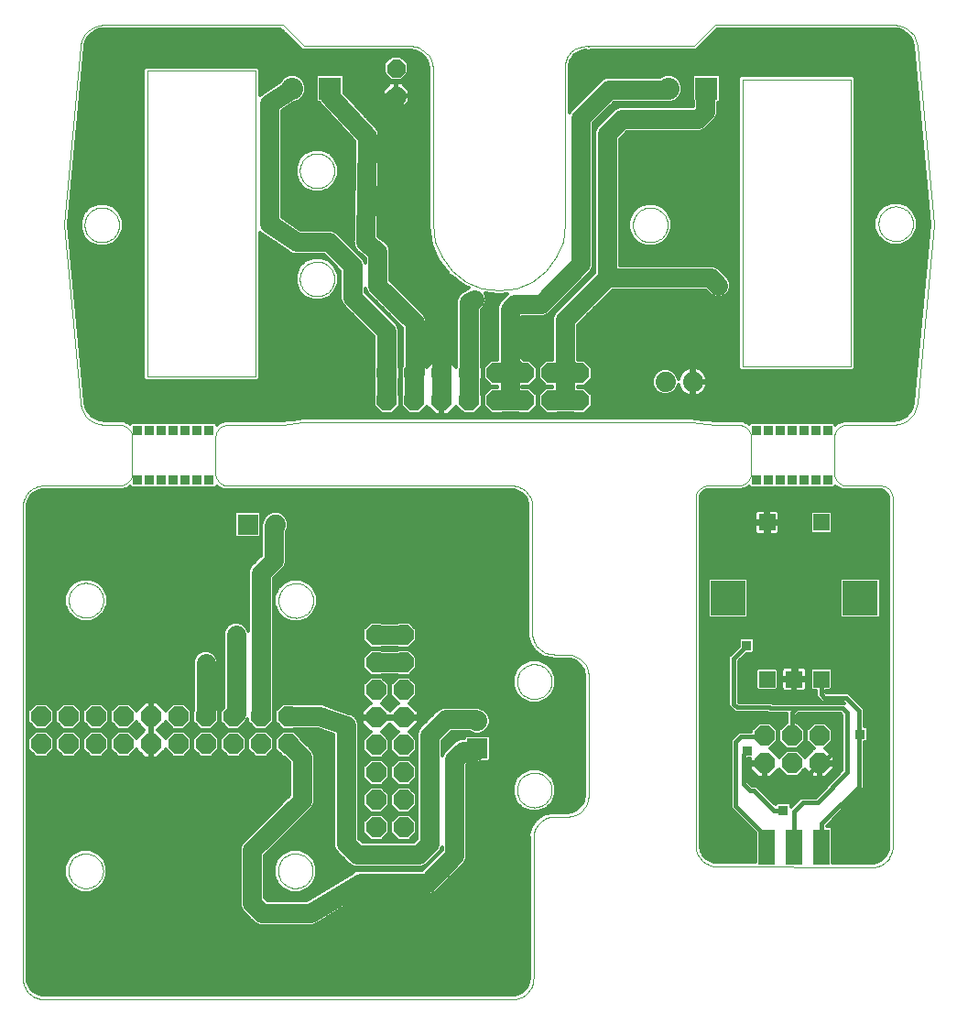
<source format=gbl>
G75*
G70*
%OFA0B0*%
%FSLAX24Y24*%
%IPPOS*%
%LPD*%
%AMOC8*
5,1,8,0,0,1.08239X$1,22.5*
%
%ADD10C,0.0010*%
%ADD11C,0.0000*%
%ADD12R,0.0800X0.0800*%
%ADD13C,0.0800*%
%ADD14OC8,0.0740*%
%ADD15C,0.0740*%
%ADD16R,0.0740X0.0740*%
%ADD17OC8,0.0660*%
%ADD18R,0.0594X0.0594*%
%ADD19R,0.1266X0.1266*%
%ADD20R,0.0600X0.1300*%
%ADD21R,0.0356X0.0356*%
%ADD22C,0.0700*%
%ADD23C,0.0120*%
%ADD24C,0.0240*%
%ADD25C,0.0160*%
D10*
X001892Y001853D02*
X001892Y018979D01*
X001893Y019033D01*
X001897Y019087D01*
X001905Y019141D01*
X001917Y019194D01*
X001933Y019246D01*
X001952Y019296D01*
X001975Y019345D01*
X002001Y019393D01*
X002030Y019438D01*
X002063Y019482D01*
X002098Y019523D01*
X002136Y019561D01*
X002177Y019596D01*
X002221Y019629D01*
X002266Y019658D01*
X002314Y019684D01*
X002363Y019707D01*
X002413Y019726D01*
X002465Y019742D01*
X002518Y019754D01*
X002572Y019762D01*
X002626Y019766D01*
X002680Y019767D01*
X002680Y019766D02*
X005396Y019766D01*
X005438Y019767D01*
X005480Y019771D01*
X005521Y019778D01*
X005561Y019790D01*
X005600Y019805D01*
X005638Y019824D01*
X005673Y019846D01*
X005706Y019871D01*
X005737Y019900D01*
X005765Y019931D01*
X005790Y019964D01*
X005812Y020000D01*
X005831Y020037D01*
X005846Y020076D01*
X005857Y020116D01*
X005865Y020158D01*
X005869Y020199D01*
X005869Y021499D01*
X005869Y021498D02*
X005868Y021540D01*
X005864Y021582D01*
X005857Y021623D01*
X005845Y021663D01*
X005830Y021702D01*
X005811Y021740D01*
X005789Y021775D01*
X005764Y021808D01*
X005735Y021839D01*
X005704Y021867D01*
X005671Y021892D01*
X005635Y021914D01*
X005598Y021933D01*
X005559Y021948D01*
X005519Y021959D01*
X005477Y021967D01*
X005436Y021971D01*
X004845Y021971D01*
X004852Y021978D02*
X004642Y022008D01*
X004542Y022038D01*
X004442Y022088D01*
X004352Y022138D01*
X004272Y022208D01*
X004192Y022288D01*
X004132Y022368D01*
X004082Y022458D01*
X004032Y022558D01*
X003992Y022768D01*
X003392Y029268D01*
X003992Y035758D01*
X004032Y035968D01*
X004082Y036068D01*
X004132Y036158D01*
X004192Y036238D01*
X004272Y036318D01*
X004352Y036388D01*
X004442Y036438D01*
X004542Y036488D01*
X004642Y036518D01*
X004852Y036548D01*
X011342Y036548D01*
X012132Y035758D01*
X015992Y035758D01*
X016202Y035728D01*
X016312Y035698D01*
X016402Y035648D01*
X016492Y035588D01*
X016572Y035518D01*
X016652Y035438D01*
X016712Y035348D01*
X016792Y035148D01*
X016822Y034928D01*
X016822Y029268D01*
X016902Y028638D01*
X017142Y028058D01*
X017522Y027568D01*
X018022Y027188D01*
X018602Y026948D01*
X019222Y026858D01*
X019842Y026948D01*
X020422Y027188D01*
X020922Y027568D01*
X021302Y028058D01*
X021542Y028638D01*
X021622Y029268D01*
X021622Y034928D01*
X021616Y034924D02*
X021614Y034979D01*
X021616Y035034D01*
X021621Y035088D01*
X021630Y035142D01*
X021643Y035195D01*
X021660Y035248D01*
X021681Y035298D01*
X021705Y035348D01*
X021732Y035395D01*
X021763Y035441D01*
X021797Y035484D01*
X021833Y035524D01*
X021873Y035562D01*
X021915Y035597D01*
X021960Y035629D01*
X022007Y035657D01*
X022055Y035683D01*
X022106Y035704D01*
X022157Y035722D01*
X022210Y035737D01*
X022264Y035747D01*
X022318Y035754D01*
X022373Y035757D01*
X022428Y035756D01*
X022483Y035751D01*
X022452Y035758D02*
X026312Y035758D01*
X027092Y036548D01*
X033592Y036548D01*
X033802Y036518D01*
X033902Y036488D01*
X034002Y036438D01*
X034092Y036388D01*
X034172Y036318D01*
X034312Y036158D01*
X034362Y036068D01*
X034402Y035968D01*
X034452Y035758D01*
X035052Y029268D01*
X034452Y022768D01*
X034402Y022558D01*
X034362Y022458D01*
X034312Y022368D01*
X034172Y022208D01*
X034092Y022138D01*
X034002Y022088D01*
X033902Y022038D01*
X033802Y022008D01*
X033592Y021978D01*
X033585Y021971D02*
X031892Y021971D01*
X031893Y021971D02*
X031851Y021970D01*
X031809Y021966D01*
X031768Y021959D01*
X031728Y021947D01*
X031689Y021932D01*
X031651Y021913D01*
X031616Y021891D01*
X031583Y021866D01*
X031552Y021837D01*
X031524Y021806D01*
X031499Y021773D01*
X031477Y021737D01*
X031458Y021700D01*
X031443Y021661D01*
X031432Y021621D01*
X031424Y021579D01*
X031420Y021538D01*
X031420Y020239D01*
X031421Y020197D01*
X031425Y020155D01*
X031432Y020114D01*
X031444Y020074D01*
X031459Y020035D01*
X031478Y019997D01*
X031500Y019962D01*
X031525Y019929D01*
X031554Y019898D01*
X031585Y019870D01*
X031618Y019845D01*
X031654Y019823D01*
X031691Y019804D01*
X031730Y019789D01*
X031770Y019778D01*
X031812Y019770D01*
X031853Y019766D01*
X033113Y019766D01*
X033113Y019767D02*
X033154Y019763D01*
X033196Y019755D01*
X033236Y019744D01*
X033275Y019729D01*
X033312Y019710D01*
X033348Y019688D01*
X033381Y019663D01*
X033412Y019635D01*
X033441Y019604D01*
X033466Y019571D01*
X033488Y019536D01*
X033507Y019498D01*
X033522Y019459D01*
X033534Y019419D01*
X033541Y019378D01*
X033545Y019336D01*
X033546Y019294D01*
X033546Y006656D01*
X033545Y006602D01*
X033541Y006548D01*
X033533Y006494D01*
X033521Y006441D01*
X033505Y006389D01*
X033486Y006339D01*
X033463Y006290D01*
X033437Y006242D01*
X033408Y006197D01*
X033375Y006153D01*
X033340Y006112D01*
X033302Y006074D01*
X033261Y006039D01*
X033217Y006006D01*
X033172Y005977D01*
X033124Y005951D01*
X033075Y005928D01*
X033025Y005909D01*
X032973Y005893D01*
X032920Y005881D01*
X032866Y005873D01*
X032812Y005869D01*
X032758Y005868D01*
X032758Y005869D02*
X027168Y005908D01*
X027114Y005909D01*
X027060Y005913D01*
X027006Y005921D01*
X026953Y005933D01*
X026901Y005949D01*
X026851Y005968D01*
X026802Y005991D01*
X026754Y006017D01*
X026709Y006046D01*
X026665Y006079D01*
X026624Y006114D01*
X026586Y006152D01*
X026551Y006193D01*
X026518Y006237D01*
X026489Y006282D01*
X026463Y006330D01*
X026440Y006379D01*
X026421Y006429D01*
X026405Y006481D01*
X026393Y006534D01*
X026385Y006588D01*
X026381Y006642D01*
X026380Y006696D01*
X026380Y006695D02*
X026380Y019333D01*
X026380Y019334D02*
X026384Y019375D01*
X026392Y019417D01*
X026403Y019457D01*
X026418Y019496D01*
X026437Y019533D01*
X026459Y019569D01*
X026484Y019602D01*
X026512Y019633D01*
X026543Y019662D01*
X026576Y019687D01*
X026611Y019709D01*
X026649Y019728D01*
X026688Y019743D01*
X026728Y019755D01*
X026769Y019762D01*
X026811Y019766D01*
X026853Y019767D01*
X026853Y019766D02*
X027916Y019766D01*
X027958Y019767D01*
X028000Y019771D01*
X028041Y019778D01*
X028081Y019790D01*
X028120Y019805D01*
X028158Y019824D01*
X028193Y019846D01*
X028226Y019871D01*
X028257Y019900D01*
X028285Y019931D01*
X028310Y019964D01*
X028332Y020000D01*
X028351Y020037D01*
X028366Y020076D01*
X028377Y020116D01*
X028385Y020158D01*
X028389Y020199D01*
X028388Y020199D02*
X028388Y021499D01*
X028389Y021498D02*
X028388Y021540D01*
X028384Y021582D01*
X028377Y021623D01*
X028365Y021663D01*
X028350Y021702D01*
X028331Y021740D01*
X028309Y021775D01*
X028284Y021808D01*
X028255Y021839D01*
X028224Y021867D01*
X028191Y021892D01*
X028155Y021914D01*
X028118Y021933D01*
X028079Y021948D01*
X028039Y021959D01*
X027997Y021967D01*
X027956Y021971D01*
X027955Y021971D02*
X027089Y021971D01*
X027092Y021978D02*
X026233Y022060D01*
X012053Y022060D01*
X011342Y021978D01*
X011341Y021971D02*
X009373Y021971D01*
X009331Y021970D01*
X009289Y021966D01*
X009248Y021959D01*
X009208Y021947D01*
X009169Y021932D01*
X009131Y021913D01*
X009096Y021891D01*
X009063Y021866D01*
X009032Y021837D01*
X009004Y021806D01*
X008979Y021773D01*
X008957Y021737D01*
X008938Y021700D01*
X008923Y021661D01*
X008912Y021621D01*
X008904Y021579D01*
X008900Y021538D01*
X008900Y020239D01*
X008901Y020197D01*
X008905Y020155D01*
X008912Y020114D01*
X008924Y020074D01*
X008939Y020035D01*
X008958Y019997D01*
X008980Y019962D01*
X009005Y019929D01*
X009034Y019898D01*
X009065Y019870D01*
X009098Y019845D01*
X009134Y019823D01*
X009171Y019804D01*
X009210Y019789D01*
X009250Y019778D01*
X009292Y019770D01*
X009333Y019766D01*
X019648Y019766D01*
X019648Y019767D02*
X019702Y019766D01*
X019756Y019762D01*
X019810Y019754D01*
X019863Y019742D01*
X019915Y019726D01*
X019965Y019707D01*
X020014Y019684D01*
X020062Y019658D01*
X020107Y019629D01*
X020151Y019596D01*
X020192Y019561D01*
X020230Y019523D01*
X020265Y019482D01*
X020298Y019438D01*
X020327Y019393D01*
X020353Y019345D01*
X020376Y019296D01*
X020395Y019246D01*
X020411Y019194D01*
X020423Y019141D01*
X020431Y019087D01*
X020435Y019033D01*
X020436Y018979D01*
X020436Y014412D01*
X020435Y014412D02*
X020436Y014358D01*
X020440Y014304D01*
X020448Y014250D01*
X020460Y014197D01*
X020476Y014145D01*
X020495Y014095D01*
X020518Y014046D01*
X020544Y013998D01*
X020573Y013953D01*
X020606Y013909D01*
X020641Y013868D01*
X020679Y013830D01*
X020720Y013795D01*
X020764Y013762D01*
X020809Y013733D01*
X020857Y013707D01*
X020906Y013684D01*
X020956Y013665D01*
X021008Y013649D01*
X021061Y013637D01*
X021115Y013629D01*
X021169Y013625D01*
X021223Y013624D01*
X021219Y013615D02*
X021698Y013615D01*
X021898Y013595D01*
X021998Y013555D01*
X022088Y013515D01*
X022178Y013455D01*
X022318Y013315D01*
X022378Y013225D01*
X022428Y013135D01*
X022458Y013035D01*
X022488Y012835D01*
X022488Y008505D01*
X022458Y008295D01*
X022428Y008195D01*
X022378Y008105D01*
X022318Y008025D01*
X022248Y007945D01*
X022178Y007875D01*
X022088Y007815D01*
X021998Y007775D01*
X021898Y007745D01*
X021698Y007715D01*
X021298Y007715D01*
X021263Y007719D02*
X021209Y007718D01*
X021155Y007714D01*
X021101Y007706D01*
X021048Y007694D01*
X020996Y007678D01*
X020946Y007659D01*
X020897Y007636D01*
X020849Y007610D01*
X020804Y007581D01*
X020760Y007548D01*
X020719Y007513D01*
X020681Y007475D01*
X020646Y007434D01*
X020613Y007390D01*
X020584Y007345D01*
X020558Y007297D01*
X020535Y007248D01*
X020516Y007198D01*
X020500Y007146D01*
X020488Y007093D01*
X020480Y007039D01*
X020476Y006985D01*
X020475Y006931D01*
X020475Y006932D02*
X020475Y001853D01*
X020474Y001799D01*
X020470Y001745D01*
X020462Y001691D01*
X020450Y001638D01*
X020434Y001586D01*
X020415Y001536D01*
X020392Y001487D01*
X020366Y001439D01*
X020337Y001394D01*
X020304Y001350D01*
X020269Y001309D01*
X020231Y001271D01*
X020190Y001236D01*
X020146Y001203D01*
X020101Y001174D01*
X020053Y001148D01*
X020004Y001125D01*
X019954Y001106D01*
X019902Y001090D01*
X019849Y001078D01*
X019795Y001070D01*
X019741Y001066D01*
X019687Y001065D01*
X019688Y001066D02*
X002680Y001066D01*
X002680Y001065D02*
X002626Y001066D01*
X002572Y001070D01*
X002518Y001078D01*
X002465Y001090D01*
X002413Y001106D01*
X002363Y001125D01*
X002314Y001148D01*
X002266Y001174D01*
X002221Y001203D01*
X002177Y001236D01*
X002136Y001271D01*
X002098Y001309D01*
X002063Y001350D01*
X002030Y001394D01*
X002001Y001439D01*
X001975Y001487D01*
X001952Y001536D01*
X001933Y001586D01*
X001917Y001638D01*
X001905Y001691D01*
X001897Y001745D01*
X001893Y001799D01*
X001892Y001853D01*
X006422Y023748D02*
X006422Y034857D01*
X010362Y034857D01*
X010362Y023748D01*
X006422Y023748D01*
X028082Y024102D02*
X032012Y024102D01*
X032012Y034543D01*
X028082Y034543D01*
X028082Y024102D01*
D11*
X024097Y029254D02*
X024099Y029304D01*
X024105Y029354D01*
X024115Y029403D01*
X024129Y029451D01*
X024146Y029498D01*
X024167Y029543D01*
X024192Y029587D01*
X024220Y029628D01*
X024252Y029667D01*
X024286Y029704D01*
X024323Y029738D01*
X024363Y029768D01*
X024405Y029795D01*
X024449Y029819D01*
X024495Y029840D01*
X024542Y029856D01*
X024590Y029869D01*
X024640Y029878D01*
X024689Y029883D01*
X024740Y029884D01*
X024790Y029881D01*
X024839Y029874D01*
X024888Y029863D01*
X024936Y029848D01*
X024982Y029830D01*
X025027Y029808D01*
X025070Y029782D01*
X025111Y029753D01*
X025150Y029721D01*
X025186Y029686D01*
X025218Y029648D01*
X025248Y029608D01*
X025275Y029565D01*
X025298Y029521D01*
X025317Y029475D01*
X025333Y029427D01*
X025345Y029378D01*
X025353Y029329D01*
X025357Y029279D01*
X025357Y029229D01*
X025353Y029179D01*
X025345Y029130D01*
X025333Y029081D01*
X025317Y029033D01*
X025298Y028987D01*
X025275Y028943D01*
X025248Y028900D01*
X025218Y028860D01*
X025186Y028822D01*
X025150Y028787D01*
X025111Y028755D01*
X025070Y028726D01*
X025027Y028700D01*
X024982Y028678D01*
X024936Y028660D01*
X024888Y028645D01*
X024839Y028634D01*
X024790Y028627D01*
X024740Y028624D01*
X024689Y028625D01*
X024640Y028630D01*
X024590Y028639D01*
X024542Y028652D01*
X024495Y028668D01*
X024449Y028689D01*
X024405Y028713D01*
X024363Y028740D01*
X024323Y028770D01*
X024286Y028804D01*
X024252Y028841D01*
X024220Y028880D01*
X024192Y028921D01*
X024167Y028965D01*
X024146Y029010D01*
X024129Y029057D01*
X024115Y029105D01*
X024105Y029154D01*
X024099Y029204D01*
X024097Y029254D01*
X033034Y029294D02*
X033036Y029344D01*
X033042Y029394D01*
X033052Y029443D01*
X033066Y029491D01*
X033083Y029538D01*
X033104Y029583D01*
X033129Y029627D01*
X033157Y029668D01*
X033189Y029707D01*
X033223Y029744D01*
X033260Y029778D01*
X033300Y029808D01*
X033342Y029835D01*
X033386Y029859D01*
X033432Y029880D01*
X033479Y029896D01*
X033527Y029909D01*
X033577Y029918D01*
X033626Y029923D01*
X033677Y029924D01*
X033727Y029921D01*
X033776Y029914D01*
X033825Y029903D01*
X033873Y029888D01*
X033919Y029870D01*
X033964Y029848D01*
X034007Y029822D01*
X034048Y029793D01*
X034087Y029761D01*
X034123Y029726D01*
X034155Y029688D01*
X034185Y029648D01*
X034212Y029605D01*
X034235Y029561D01*
X034254Y029515D01*
X034270Y029467D01*
X034282Y029418D01*
X034290Y029369D01*
X034294Y029319D01*
X034294Y029269D01*
X034290Y029219D01*
X034282Y029170D01*
X034270Y029121D01*
X034254Y029073D01*
X034235Y029027D01*
X034212Y028983D01*
X034185Y028940D01*
X034155Y028900D01*
X034123Y028862D01*
X034087Y028827D01*
X034048Y028795D01*
X034007Y028766D01*
X033964Y028740D01*
X033919Y028718D01*
X033873Y028700D01*
X033825Y028685D01*
X033776Y028674D01*
X033727Y028667D01*
X033677Y028664D01*
X033626Y028665D01*
X033577Y028670D01*
X033527Y028679D01*
X033479Y028692D01*
X033432Y028708D01*
X033386Y028729D01*
X033342Y028753D01*
X033300Y028780D01*
X033260Y028810D01*
X033223Y028844D01*
X033189Y028881D01*
X033157Y028920D01*
X033129Y028961D01*
X033104Y029005D01*
X033083Y029050D01*
X033066Y029097D01*
X033052Y029145D01*
X033042Y029194D01*
X033036Y029244D01*
X033034Y029294D01*
X019878Y012635D02*
X019880Y012685D01*
X019886Y012735D01*
X019896Y012784D01*
X019910Y012832D01*
X019927Y012879D01*
X019948Y012924D01*
X019973Y012968D01*
X020001Y013009D01*
X020033Y013048D01*
X020067Y013085D01*
X020104Y013119D01*
X020144Y013149D01*
X020186Y013176D01*
X020230Y013200D01*
X020276Y013221D01*
X020323Y013237D01*
X020371Y013250D01*
X020421Y013259D01*
X020470Y013264D01*
X020521Y013265D01*
X020571Y013262D01*
X020620Y013255D01*
X020669Y013244D01*
X020717Y013229D01*
X020763Y013211D01*
X020808Y013189D01*
X020851Y013163D01*
X020892Y013134D01*
X020931Y013102D01*
X020967Y013067D01*
X020999Y013029D01*
X021029Y012989D01*
X021056Y012946D01*
X021079Y012902D01*
X021098Y012856D01*
X021114Y012808D01*
X021126Y012759D01*
X021134Y012710D01*
X021138Y012660D01*
X021138Y012610D01*
X021134Y012560D01*
X021126Y012511D01*
X021114Y012462D01*
X021098Y012414D01*
X021079Y012368D01*
X021056Y012324D01*
X021029Y012281D01*
X020999Y012241D01*
X020967Y012203D01*
X020931Y012168D01*
X020892Y012136D01*
X020851Y012107D01*
X020808Y012081D01*
X020763Y012059D01*
X020717Y012041D01*
X020669Y012026D01*
X020620Y012015D01*
X020571Y012008D01*
X020521Y012005D01*
X020470Y012006D01*
X020421Y012011D01*
X020371Y012020D01*
X020323Y012033D01*
X020276Y012049D01*
X020230Y012070D01*
X020186Y012094D01*
X020144Y012121D01*
X020104Y012151D01*
X020067Y012185D01*
X020033Y012222D01*
X020001Y012261D01*
X019973Y012302D01*
X019948Y012346D01*
X019927Y012391D01*
X019910Y012438D01*
X019896Y012486D01*
X019886Y012535D01*
X019880Y012585D01*
X019878Y012635D01*
X019878Y008685D02*
X019880Y008735D01*
X019886Y008785D01*
X019896Y008834D01*
X019910Y008882D01*
X019927Y008929D01*
X019948Y008974D01*
X019973Y009018D01*
X020001Y009059D01*
X020033Y009098D01*
X020067Y009135D01*
X020104Y009169D01*
X020144Y009199D01*
X020186Y009226D01*
X020230Y009250D01*
X020276Y009271D01*
X020323Y009287D01*
X020371Y009300D01*
X020421Y009309D01*
X020470Y009314D01*
X020521Y009315D01*
X020571Y009312D01*
X020620Y009305D01*
X020669Y009294D01*
X020717Y009279D01*
X020763Y009261D01*
X020808Y009239D01*
X020851Y009213D01*
X020892Y009184D01*
X020931Y009152D01*
X020967Y009117D01*
X020999Y009079D01*
X021029Y009039D01*
X021056Y008996D01*
X021079Y008952D01*
X021098Y008906D01*
X021114Y008858D01*
X021126Y008809D01*
X021134Y008760D01*
X021138Y008710D01*
X021138Y008660D01*
X021134Y008610D01*
X021126Y008561D01*
X021114Y008512D01*
X021098Y008464D01*
X021079Y008418D01*
X021056Y008374D01*
X021029Y008331D01*
X020999Y008291D01*
X020967Y008253D01*
X020931Y008218D01*
X020892Y008186D01*
X020851Y008157D01*
X020808Y008131D01*
X020763Y008109D01*
X020717Y008091D01*
X020669Y008076D01*
X020620Y008065D01*
X020571Y008058D01*
X020521Y008055D01*
X020470Y008056D01*
X020421Y008061D01*
X020371Y008070D01*
X020323Y008083D01*
X020276Y008099D01*
X020230Y008120D01*
X020186Y008144D01*
X020144Y008171D01*
X020104Y008201D01*
X020067Y008235D01*
X020033Y008272D01*
X020001Y008311D01*
X019973Y008352D01*
X019948Y008396D01*
X019927Y008441D01*
X019910Y008488D01*
X019896Y008536D01*
X019886Y008585D01*
X019880Y008635D01*
X019878Y008685D01*
X011178Y005745D02*
X011180Y005795D01*
X011186Y005845D01*
X011196Y005894D01*
X011210Y005942D01*
X011227Y005989D01*
X011248Y006034D01*
X011273Y006078D01*
X011301Y006119D01*
X011333Y006158D01*
X011367Y006195D01*
X011404Y006229D01*
X011444Y006259D01*
X011486Y006286D01*
X011530Y006310D01*
X011576Y006331D01*
X011623Y006347D01*
X011671Y006360D01*
X011721Y006369D01*
X011770Y006374D01*
X011821Y006375D01*
X011871Y006372D01*
X011920Y006365D01*
X011969Y006354D01*
X012017Y006339D01*
X012063Y006321D01*
X012108Y006299D01*
X012151Y006273D01*
X012192Y006244D01*
X012231Y006212D01*
X012267Y006177D01*
X012299Y006139D01*
X012329Y006099D01*
X012356Y006056D01*
X012379Y006012D01*
X012398Y005966D01*
X012414Y005918D01*
X012426Y005869D01*
X012434Y005820D01*
X012438Y005770D01*
X012438Y005720D01*
X012434Y005670D01*
X012426Y005621D01*
X012414Y005572D01*
X012398Y005524D01*
X012379Y005478D01*
X012356Y005434D01*
X012329Y005391D01*
X012299Y005351D01*
X012267Y005313D01*
X012231Y005278D01*
X012192Y005246D01*
X012151Y005217D01*
X012108Y005191D01*
X012063Y005169D01*
X012017Y005151D01*
X011969Y005136D01*
X011920Y005125D01*
X011871Y005118D01*
X011821Y005115D01*
X011770Y005116D01*
X011721Y005121D01*
X011671Y005130D01*
X011623Y005143D01*
X011576Y005159D01*
X011530Y005180D01*
X011486Y005204D01*
X011444Y005231D01*
X011404Y005261D01*
X011367Y005295D01*
X011333Y005332D01*
X011301Y005371D01*
X011273Y005412D01*
X011248Y005456D01*
X011227Y005501D01*
X011210Y005548D01*
X011196Y005596D01*
X011186Y005645D01*
X011180Y005695D01*
X011178Y005745D01*
X003548Y005745D02*
X003550Y005795D01*
X003556Y005845D01*
X003566Y005894D01*
X003580Y005942D01*
X003597Y005989D01*
X003618Y006034D01*
X003643Y006078D01*
X003671Y006119D01*
X003703Y006158D01*
X003737Y006195D01*
X003774Y006229D01*
X003814Y006259D01*
X003856Y006286D01*
X003900Y006310D01*
X003946Y006331D01*
X003993Y006347D01*
X004041Y006360D01*
X004091Y006369D01*
X004140Y006374D01*
X004191Y006375D01*
X004241Y006372D01*
X004290Y006365D01*
X004339Y006354D01*
X004387Y006339D01*
X004433Y006321D01*
X004478Y006299D01*
X004521Y006273D01*
X004562Y006244D01*
X004601Y006212D01*
X004637Y006177D01*
X004669Y006139D01*
X004699Y006099D01*
X004726Y006056D01*
X004749Y006012D01*
X004768Y005966D01*
X004784Y005918D01*
X004796Y005869D01*
X004804Y005820D01*
X004808Y005770D01*
X004808Y005720D01*
X004804Y005670D01*
X004796Y005621D01*
X004784Y005572D01*
X004768Y005524D01*
X004749Y005478D01*
X004726Y005434D01*
X004699Y005391D01*
X004669Y005351D01*
X004637Y005313D01*
X004601Y005278D01*
X004562Y005246D01*
X004521Y005217D01*
X004478Y005191D01*
X004433Y005169D01*
X004387Y005151D01*
X004339Y005136D01*
X004290Y005125D01*
X004241Y005118D01*
X004191Y005115D01*
X004140Y005116D01*
X004091Y005121D01*
X004041Y005130D01*
X003993Y005143D01*
X003946Y005159D01*
X003900Y005180D01*
X003856Y005204D01*
X003814Y005231D01*
X003774Y005261D01*
X003737Y005295D01*
X003703Y005332D01*
X003671Y005371D01*
X003643Y005412D01*
X003618Y005456D01*
X003597Y005501D01*
X003580Y005548D01*
X003566Y005596D01*
X003556Y005645D01*
X003550Y005695D01*
X003548Y005745D01*
X003558Y015595D02*
X003560Y015645D01*
X003566Y015695D01*
X003576Y015744D01*
X003590Y015792D01*
X003607Y015839D01*
X003628Y015884D01*
X003653Y015928D01*
X003681Y015969D01*
X003713Y016008D01*
X003747Y016045D01*
X003784Y016079D01*
X003824Y016109D01*
X003866Y016136D01*
X003910Y016160D01*
X003956Y016181D01*
X004003Y016197D01*
X004051Y016210D01*
X004101Y016219D01*
X004150Y016224D01*
X004201Y016225D01*
X004251Y016222D01*
X004300Y016215D01*
X004349Y016204D01*
X004397Y016189D01*
X004443Y016171D01*
X004488Y016149D01*
X004531Y016123D01*
X004572Y016094D01*
X004611Y016062D01*
X004647Y016027D01*
X004679Y015989D01*
X004709Y015949D01*
X004736Y015906D01*
X004759Y015862D01*
X004778Y015816D01*
X004794Y015768D01*
X004806Y015719D01*
X004814Y015670D01*
X004818Y015620D01*
X004818Y015570D01*
X004814Y015520D01*
X004806Y015471D01*
X004794Y015422D01*
X004778Y015374D01*
X004759Y015328D01*
X004736Y015284D01*
X004709Y015241D01*
X004679Y015201D01*
X004647Y015163D01*
X004611Y015128D01*
X004572Y015096D01*
X004531Y015067D01*
X004488Y015041D01*
X004443Y015019D01*
X004397Y015001D01*
X004349Y014986D01*
X004300Y014975D01*
X004251Y014968D01*
X004201Y014965D01*
X004150Y014966D01*
X004101Y014971D01*
X004051Y014980D01*
X004003Y014993D01*
X003956Y015009D01*
X003910Y015030D01*
X003866Y015054D01*
X003824Y015081D01*
X003784Y015111D01*
X003747Y015145D01*
X003713Y015182D01*
X003681Y015221D01*
X003653Y015262D01*
X003628Y015306D01*
X003607Y015351D01*
X003590Y015398D01*
X003576Y015446D01*
X003566Y015495D01*
X003560Y015545D01*
X003558Y015595D01*
X011198Y015585D02*
X011200Y015635D01*
X011206Y015685D01*
X011216Y015734D01*
X011230Y015782D01*
X011247Y015829D01*
X011268Y015874D01*
X011293Y015918D01*
X011321Y015959D01*
X011353Y015998D01*
X011387Y016035D01*
X011424Y016069D01*
X011464Y016099D01*
X011506Y016126D01*
X011550Y016150D01*
X011596Y016171D01*
X011643Y016187D01*
X011691Y016200D01*
X011741Y016209D01*
X011790Y016214D01*
X011841Y016215D01*
X011891Y016212D01*
X011940Y016205D01*
X011989Y016194D01*
X012037Y016179D01*
X012083Y016161D01*
X012128Y016139D01*
X012171Y016113D01*
X012212Y016084D01*
X012251Y016052D01*
X012287Y016017D01*
X012319Y015979D01*
X012349Y015939D01*
X012376Y015896D01*
X012399Y015852D01*
X012418Y015806D01*
X012434Y015758D01*
X012446Y015709D01*
X012454Y015660D01*
X012458Y015610D01*
X012458Y015560D01*
X012454Y015510D01*
X012446Y015461D01*
X012434Y015412D01*
X012418Y015364D01*
X012399Y015318D01*
X012376Y015274D01*
X012349Y015231D01*
X012319Y015191D01*
X012287Y015153D01*
X012251Y015118D01*
X012212Y015086D01*
X012171Y015057D01*
X012128Y015031D01*
X012083Y015009D01*
X012037Y014991D01*
X011989Y014976D01*
X011940Y014965D01*
X011891Y014958D01*
X011841Y014955D01*
X011790Y014956D01*
X011741Y014961D01*
X011691Y014970D01*
X011643Y014983D01*
X011596Y014999D01*
X011550Y015020D01*
X011506Y015044D01*
X011464Y015071D01*
X011424Y015101D01*
X011387Y015135D01*
X011353Y015172D01*
X011321Y015211D01*
X011293Y015252D01*
X011268Y015296D01*
X011247Y015341D01*
X011230Y015388D01*
X011216Y015436D01*
X011206Y015485D01*
X011200Y015535D01*
X011198Y015585D01*
X011971Y027286D02*
X011973Y027336D01*
X011979Y027386D01*
X011989Y027435D01*
X012003Y027483D01*
X012020Y027530D01*
X012041Y027575D01*
X012066Y027619D01*
X012094Y027660D01*
X012126Y027699D01*
X012160Y027736D01*
X012197Y027770D01*
X012237Y027800D01*
X012279Y027827D01*
X012323Y027851D01*
X012369Y027872D01*
X012416Y027888D01*
X012464Y027901D01*
X012514Y027910D01*
X012563Y027915D01*
X012614Y027916D01*
X012664Y027913D01*
X012713Y027906D01*
X012762Y027895D01*
X012810Y027880D01*
X012856Y027862D01*
X012901Y027840D01*
X012944Y027814D01*
X012985Y027785D01*
X013024Y027753D01*
X013060Y027718D01*
X013092Y027680D01*
X013122Y027640D01*
X013149Y027597D01*
X013172Y027553D01*
X013191Y027507D01*
X013207Y027459D01*
X013219Y027410D01*
X013227Y027361D01*
X013231Y027311D01*
X013231Y027261D01*
X013227Y027211D01*
X013219Y027162D01*
X013207Y027113D01*
X013191Y027065D01*
X013172Y027019D01*
X013149Y026975D01*
X013122Y026932D01*
X013092Y026892D01*
X013060Y026854D01*
X013024Y026819D01*
X012985Y026787D01*
X012944Y026758D01*
X012901Y026732D01*
X012856Y026710D01*
X012810Y026692D01*
X012762Y026677D01*
X012713Y026666D01*
X012664Y026659D01*
X012614Y026656D01*
X012563Y026657D01*
X012514Y026662D01*
X012464Y026671D01*
X012416Y026684D01*
X012369Y026700D01*
X012323Y026721D01*
X012279Y026745D01*
X012237Y026772D01*
X012197Y026802D01*
X012160Y026836D01*
X012126Y026873D01*
X012094Y026912D01*
X012066Y026953D01*
X012041Y026997D01*
X012020Y027042D01*
X012003Y027089D01*
X011989Y027137D01*
X011979Y027186D01*
X011973Y027236D01*
X011971Y027286D01*
X011971Y031223D02*
X011973Y031273D01*
X011979Y031323D01*
X011989Y031372D01*
X012003Y031420D01*
X012020Y031467D01*
X012041Y031512D01*
X012066Y031556D01*
X012094Y031597D01*
X012126Y031636D01*
X012160Y031673D01*
X012197Y031707D01*
X012237Y031737D01*
X012279Y031764D01*
X012323Y031788D01*
X012369Y031809D01*
X012416Y031825D01*
X012464Y031838D01*
X012514Y031847D01*
X012563Y031852D01*
X012614Y031853D01*
X012664Y031850D01*
X012713Y031843D01*
X012762Y031832D01*
X012810Y031817D01*
X012856Y031799D01*
X012901Y031777D01*
X012944Y031751D01*
X012985Y031722D01*
X013024Y031690D01*
X013060Y031655D01*
X013092Y031617D01*
X013122Y031577D01*
X013149Y031534D01*
X013172Y031490D01*
X013191Y031444D01*
X013207Y031396D01*
X013219Y031347D01*
X013227Y031298D01*
X013231Y031248D01*
X013231Y031198D01*
X013227Y031148D01*
X013219Y031099D01*
X013207Y031050D01*
X013191Y031002D01*
X013172Y030956D01*
X013149Y030912D01*
X013122Y030869D01*
X013092Y030829D01*
X013060Y030791D01*
X013024Y030756D01*
X012985Y030724D01*
X012944Y030695D01*
X012901Y030669D01*
X012856Y030647D01*
X012810Y030629D01*
X012762Y030614D01*
X012713Y030603D01*
X012664Y030596D01*
X012614Y030593D01*
X012563Y030594D01*
X012514Y030599D01*
X012464Y030608D01*
X012416Y030621D01*
X012369Y030637D01*
X012323Y030658D01*
X012279Y030682D01*
X012237Y030709D01*
X012197Y030739D01*
X012160Y030773D01*
X012126Y030810D01*
X012094Y030849D01*
X012066Y030890D01*
X012041Y030934D01*
X012020Y030979D01*
X012003Y031026D01*
X011989Y031074D01*
X011979Y031123D01*
X011973Y031173D01*
X011971Y031223D01*
X004136Y029254D02*
X004138Y029304D01*
X004144Y029354D01*
X004154Y029403D01*
X004168Y029451D01*
X004185Y029498D01*
X004206Y029543D01*
X004231Y029587D01*
X004259Y029628D01*
X004291Y029667D01*
X004325Y029704D01*
X004362Y029738D01*
X004402Y029768D01*
X004444Y029795D01*
X004488Y029819D01*
X004534Y029840D01*
X004581Y029856D01*
X004629Y029869D01*
X004679Y029878D01*
X004728Y029883D01*
X004779Y029884D01*
X004829Y029881D01*
X004878Y029874D01*
X004927Y029863D01*
X004975Y029848D01*
X005021Y029830D01*
X005066Y029808D01*
X005109Y029782D01*
X005150Y029753D01*
X005189Y029721D01*
X005225Y029686D01*
X005257Y029648D01*
X005287Y029608D01*
X005314Y029565D01*
X005337Y029521D01*
X005356Y029475D01*
X005372Y029427D01*
X005384Y029378D01*
X005392Y029329D01*
X005396Y029279D01*
X005396Y029229D01*
X005392Y029179D01*
X005384Y029130D01*
X005372Y029081D01*
X005356Y029033D01*
X005337Y028987D01*
X005314Y028943D01*
X005287Y028900D01*
X005257Y028860D01*
X005225Y028822D01*
X005189Y028787D01*
X005150Y028755D01*
X005109Y028726D01*
X005066Y028700D01*
X005021Y028678D01*
X004975Y028660D01*
X004927Y028645D01*
X004878Y028634D01*
X004829Y028627D01*
X004779Y028624D01*
X004728Y028625D01*
X004679Y028630D01*
X004629Y028639D01*
X004581Y028652D01*
X004534Y028668D01*
X004488Y028689D01*
X004444Y028713D01*
X004402Y028740D01*
X004362Y028770D01*
X004325Y028804D01*
X004291Y028841D01*
X004259Y028880D01*
X004231Y028921D01*
X004206Y028965D01*
X004185Y029010D01*
X004168Y029057D01*
X004154Y029105D01*
X004144Y029154D01*
X004138Y029204D01*
X004136Y029254D01*
D12*
X013073Y034215D03*
X026774Y034215D03*
D13*
X025396Y034215D03*
X011695Y034215D03*
D14*
X015129Y023861D03*
X015129Y022861D03*
X016129Y022861D03*
X016129Y023861D03*
X017129Y023861D03*
X017129Y022861D03*
X018129Y022861D03*
X019129Y022861D03*
X019129Y023861D03*
X018129Y023861D03*
X020129Y023861D03*
X020129Y022861D03*
X021129Y022861D03*
X021129Y023861D03*
X022129Y023861D03*
X022129Y022861D03*
X015751Y014325D03*
X015751Y013325D03*
X015751Y012325D03*
X015751Y011325D03*
X015751Y010325D03*
X015751Y009325D03*
X015751Y008325D03*
X015751Y007325D03*
X014751Y007325D03*
X014751Y008325D03*
X014751Y009325D03*
X014751Y010325D03*
X014751Y011325D03*
X014751Y012325D03*
X014751Y013325D03*
X014751Y014325D03*
X011550Y011369D03*
X010550Y011369D03*
X009550Y011369D03*
X008550Y011369D03*
X007550Y011369D03*
X006550Y011369D03*
X005550Y011369D03*
X004550Y011369D03*
X003550Y011369D03*
X002550Y011369D03*
X002550Y010369D03*
X003550Y010369D03*
X004550Y010369D03*
X005550Y010369D03*
X006550Y010369D03*
X007550Y010369D03*
X008550Y010369D03*
X009550Y010369D03*
X010550Y010369D03*
X011550Y010369D03*
X028884Y010660D03*
X028884Y009660D03*
X029884Y009660D03*
X030884Y009660D03*
X030884Y010660D03*
X029884Y010660D03*
D15*
X018428Y011199D03*
X011081Y018349D03*
X025278Y023546D03*
X026278Y023546D03*
D16*
X018428Y010199D03*
X010081Y018349D03*
D17*
X015475Y033951D03*
X015475Y034951D03*
D18*
X028979Y018428D03*
X030947Y018428D03*
X030947Y012719D03*
X029963Y012719D03*
X028979Y012719D03*
D19*
X027562Y015672D03*
X032365Y015672D03*
D20*
X030963Y006617D03*
X029963Y006617D03*
X028963Y006617D03*
D21*
X029569Y007955D03*
X029451Y009018D03*
X028270Y010121D03*
X031341Y011223D03*
X032365Y010711D03*
X028231Y013940D03*
X028585Y019963D03*
X029018Y019963D03*
X029451Y019963D03*
X029884Y019963D03*
X030317Y019963D03*
X030751Y019963D03*
X031184Y019963D03*
X031184Y021774D03*
X030751Y021774D03*
X030317Y021774D03*
X029884Y021774D03*
X029451Y021774D03*
X029018Y021774D03*
X028585Y021774D03*
X027207Y027050D03*
X018310Y026538D03*
X008664Y021774D03*
X008231Y021774D03*
X007798Y021774D03*
X007365Y021774D03*
X006932Y021774D03*
X006499Y021774D03*
X006066Y021774D03*
X006066Y019963D03*
X006499Y019963D03*
X006932Y019963D03*
X007365Y019963D03*
X007798Y019963D03*
X008231Y019963D03*
X008664Y019963D03*
X009648Y014333D03*
X008546Y013310D03*
D22*
X008546Y011373D01*
X008550Y011369D01*
X009550Y011369D02*
X009648Y011467D01*
X009648Y014333D01*
X010550Y016573D02*
X011026Y017050D01*
X011026Y018294D01*
X011081Y018349D01*
X010550Y016573D02*
X010550Y011369D01*
X011550Y011369D02*
X012691Y011369D01*
X013664Y011026D01*
X013664Y006735D01*
X014058Y006341D01*
X016302Y006341D01*
X016695Y006735D01*
X016695Y010672D01*
X017286Y011262D01*
X018365Y011262D01*
X018428Y011199D01*
X018428Y010199D02*
X018349Y010121D01*
X017916Y010121D01*
X017601Y009806D01*
X017601Y006302D01*
X016617Y005317D01*
X014176Y005317D01*
X012365Y004215D01*
X010593Y004215D01*
X010239Y004569D01*
X010239Y006499D01*
X012050Y008310D01*
X012050Y009884D01*
X011566Y010369D01*
X011550Y010369D01*
X014751Y013325D02*
X015751Y013325D01*
X015751Y014325D02*
X014751Y014325D01*
X015129Y022861D02*
X015129Y023861D01*
X015129Y025388D01*
X013900Y026617D01*
X013900Y027758D01*
X013034Y028625D01*
X011853Y028625D01*
X010869Y029294D01*
X010869Y033664D01*
X011695Y034215D01*
X013073Y034215D02*
X013073Y033940D01*
X014412Y032483D01*
X014373Y028625D01*
X014806Y028270D01*
X014806Y027050D01*
X016144Y025711D01*
X016144Y023877D01*
X016129Y023861D01*
X016129Y022861D01*
X017129Y022861D02*
X017129Y023861D01*
X017129Y026184D01*
X015790Y027443D01*
X015790Y028546D01*
X015396Y029136D01*
X015396Y033873D01*
X015475Y033951D01*
X022207Y033152D02*
X022207Y027837D01*
X020751Y026380D01*
X019806Y026380D01*
X019609Y026184D01*
X019609Y024215D01*
X019963Y023861D01*
X020129Y023861D01*
X019129Y023861D01*
X019609Y024215D02*
X019609Y022995D01*
X019743Y022861D01*
X020129Y022861D01*
X019129Y022861D01*
X018129Y022861D02*
X018129Y023861D01*
X018129Y026436D01*
X018310Y026538D01*
X021129Y023861D02*
X022129Y023861D01*
X021932Y023861D01*
X021617Y024176D01*
X021617Y025790D01*
X023152Y027325D01*
X026932Y027325D01*
X027207Y027050D01*
X023152Y027325D02*
X023152Y032562D01*
X023703Y033113D01*
X026459Y033113D01*
X026735Y033388D01*
X026735Y034176D01*
X026774Y034215D01*
X025396Y034215D02*
X025357Y034176D01*
X023231Y034176D01*
X022207Y033152D01*
X021617Y024176D02*
X021617Y022916D01*
X021672Y022861D01*
X022129Y022861D01*
X021129Y022861D01*
D23*
X002063Y001751D02*
X002120Y001565D01*
X002234Y001407D01*
X002392Y001293D01*
X002578Y001236D01*
X002674Y001231D01*
X002678Y001231D01*
X002744Y001232D01*
X002746Y001231D01*
X019622Y001231D01*
X019623Y001232D01*
X019690Y001231D01*
X019693Y001231D01*
X019789Y001236D01*
X019975Y001293D01*
X020134Y001407D01*
X020247Y001565D01*
X020305Y001751D01*
X020310Y001848D01*
X020310Y001851D01*
X020308Y001917D01*
X020310Y001919D01*
X020310Y006930D01*
X020306Y007080D01*
X020306Y007080D01*
X020396Y007372D01*
X020396Y007372D01*
X020574Y007620D01*
X020574Y007620D01*
X020574Y007620D01*
X020822Y007798D01*
X020822Y007798D01*
X021114Y007888D01*
X021114Y007888D01*
X021267Y007884D01*
X021335Y007882D01*
X021337Y007880D01*
X021686Y007880D01*
X021862Y007906D01*
X021941Y007930D01*
X022008Y007960D01*
X022073Y008003D01*
X022128Y008058D01*
X022190Y008129D01*
X022239Y008195D01*
X022275Y008259D01*
X022297Y008330D01*
X022323Y008517D01*
X022323Y012823D01*
X022297Y012999D01*
X022275Y013070D01*
X022237Y013139D01*
X022190Y013210D01*
X022073Y013327D01*
X022008Y013370D01*
X021934Y013403D01*
X021859Y013433D01*
X021690Y013450D01*
X021151Y013450D01*
X021144Y013457D01*
X021075Y013456D01*
X021075Y013456D01*
X020783Y013546D01*
X020783Y013546D01*
X020535Y013724D01*
X020535Y013724D01*
X020535Y013724D01*
X020357Y013972D01*
X020357Y013972D01*
X020267Y014264D01*
X020267Y014264D01*
X020271Y014414D01*
X020271Y018913D01*
X020269Y018915D01*
X020271Y018981D01*
X020271Y018984D01*
X020265Y019081D01*
X020208Y019267D01*
X020094Y019425D01*
X019936Y019539D01*
X019750Y019596D01*
X019653Y019601D01*
X019650Y019601D01*
X019584Y019600D01*
X019582Y019601D01*
X009397Y019601D01*
X009394Y019598D01*
X009330Y019601D01*
X009265Y019601D01*
X009262Y019604D01*
X009203Y019607D01*
X009203Y019607D01*
X008980Y019711D01*
X008952Y019742D01*
X008952Y019739D01*
X008888Y019675D01*
X005842Y019675D01*
X005792Y019725D01*
X005743Y019680D01*
X005743Y019680D01*
X005512Y019596D01*
X005512Y019596D01*
X005393Y019601D01*
X002746Y019601D01*
X002744Y019600D01*
X002678Y019601D01*
X002674Y019601D01*
X002578Y019596D01*
X002392Y019539D01*
X002234Y019425D01*
X002120Y019267D01*
X002063Y019081D01*
X002057Y018984D01*
X002057Y018981D01*
X002059Y018915D01*
X002057Y018913D01*
X002057Y001919D01*
X002059Y001917D01*
X002057Y001851D01*
X002057Y001848D01*
X002063Y001751D01*
X002079Y001698D02*
X020288Y001698D01*
X020308Y001816D02*
X002059Y001816D01*
X002057Y001935D02*
X020310Y001935D01*
X020310Y002053D02*
X002057Y002053D01*
X002057Y002172D02*
X020310Y002172D01*
X020310Y002290D02*
X002057Y002290D01*
X002057Y002409D02*
X020310Y002409D01*
X020310Y002527D02*
X002057Y002527D01*
X002057Y002646D02*
X020310Y002646D01*
X020310Y002764D02*
X002057Y002764D01*
X002057Y002883D02*
X020310Y002883D01*
X020310Y003001D02*
X002057Y003001D01*
X002057Y003120D02*
X020310Y003120D01*
X020310Y003238D02*
X002057Y003238D01*
X002057Y003357D02*
X020310Y003357D01*
X020310Y003475D02*
X002057Y003475D01*
X002057Y003594D02*
X020310Y003594D01*
X020310Y003712D02*
X002057Y003712D01*
X002057Y003831D02*
X010327Y003831D01*
X010333Y003825D02*
X010502Y003755D01*
X012310Y003755D01*
X012345Y003747D01*
X012400Y003755D01*
X012456Y003755D01*
X012490Y003769D01*
X012526Y003775D01*
X012574Y003804D01*
X012625Y003825D01*
X012651Y003851D01*
X014305Y004857D01*
X016708Y004857D01*
X016877Y004928D01*
X017862Y005912D01*
X017991Y006041D01*
X018061Y006210D01*
X018061Y009615D01*
X018106Y009661D01*
X018440Y009661D01*
X018582Y009719D01*
X018843Y009719D01*
X018908Y009784D01*
X018908Y010615D01*
X018843Y010679D01*
X018012Y010679D01*
X017948Y010615D01*
X017948Y010581D01*
X017824Y010581D01*
X017655Y010511D01*
X017526Y010381D01*
X017211Y010066D01*
X017155Y009932D01*
X017155Y010481D01*
X017477Y010802D01*
X018146Y010802D01*
X018156Y010792D01*
X018332Y010719D01*
X018523Y010719D01*
X018700Y010792D01*
X018835Y010927D01*
X018908Y011104D01*
X018908Y011295D01*
X018835Y011471D01*
X018700Y011606D01*
X018651Y011626D01*
X018625Y011652D01*
X018456Y011722D01*
X017194Y011722D01*
X017025Y011652D01*
X016174Y011652D01*
X016281Y011545D02*
X015970Y011855D01*
X015959Y011855D01*
X016231Y012127D01*
X016231Y012524D01*
X015949Y012805D01*
X015552Y012805D01*
X015271Y012524D01*
X015271Y012127D01*
X015542Y011855D01*
X015531Y011855D01*
X015251Y011575D01*
X014970Y011855D01*
X014959Y011855D01*
X015231Y012127D01*
X015231Y012524D01*
X014949Y012805D01*
X014552Y012805D01*
X014271Y012524D01*
X014271Y012127D01*
X014542Y011855D01*
X014531Y011855D01*
X014221Y011545D01*
X014221Y011365D01*
X014711Y011365D01*
X014711Y011285D01*
X014221Y011285D01*
X014221Y011106D01*
X014531Y010795D01*
X014542Y010795D01*
X014271Y010524D01*
X014271Y010127D01*
X014552Y009845D01*
X014949Y009845D01*
X015231Y010127D01*
X015231Y010524D01*
X014959Y010795D01*
X014970Y010795D01*
X015251Y011076D01*
X015531Y010795D01*
X015542Y010795D01*
X015271Y010524D01*
X015271Y010127D01*
X015552Y009845D01*
X015949Y009845D01*
X016231Y010127D01*
X016231Y010524D01*
X015959Y010795D01*
X015970Y010795D01*
X016281Y011106D01*
X016281Y011285D01*
X015791Y011285D01*
X015791Y011365D01*
X016281Y011365D01*
X016281Y011545D01*
X016281Y011533D02*
X016906Y011533D01*
X016896Y011523D02*
X016305Y010932D01*
X016235Y010763D01*
X016235Y006925D01*
X016111Y006801D01*
X014248Y006801D01*
X014124Y006925D01*
X014124Y010947D01*
X014128Y010960D01*
X014124Y011039D01*
X014124Y011118D01*
X014119Y011130D01*
X014118Y011142D01*
X014084Y011214D01*
X014054Y011287D01*
X014045Y011296D01*
X014039Y011307D01*
X013980Y011360D01*
X013925Y011416D01*
X013913Y011421D01*
X013903Y011430D01*
X013828Y011456D01*
X013755Y011486D01*
X013743Y011486D01*
X012856Y011798D01*
X012783Y011829D01*
X012770Y011829D01*
X012758Y011833D01*
X012679Y011829D01*
X011769Y011829D01*
X011749Y011849D01*
X011351Y011849D01*
X011070Y011567D01*
X011070Y011170D01*
X011351Y010889D01*
X011749Y010889D01*
X011769Y010909D01*
X012613Y010909D01*
X013204Y010700D01*
X013204Y006643D01*
X013274Y006474D01*
X013668Y006081D01*
X013797Y005951D01*
X013966Y005881D01*
X016393Y005881D01*
X016562Y005951D01*
X016956Y006345D01*
X017085Y006474D01*
X017141Y006608D01*
X017141Y006492D01*
X016426Y005777D01*
X014231Y005777D01*
X014196Y005786D01*
X014140Y005777D01*
X014084Y005777D01*
X014051Y005764D01*
X014015Y005758D01*
X013967Y005729D01*
X013915Y005707D01*
X013889Y005682D01*
X012236Y004675D01*
X010784Y004675D01*
X010699Y004760D01*
X010699Y006308D01*
X012440Y008049D01*
X012510Y008218D01*
X012510Y009976D01*
X012440Y010145D01*
X012310Y010274D01*
X012030Y010555D01*
X012030Y010567D01*
X011749Y010849D01*
X011351Y010849D01*
X011070Y010567D01*
X011070Y010170D01*
X011351Y009889D01*
X011395Y009889D01*
X011590Y009694D01*
X011590Y008500D01*
X009978Y006889D01*
X009849Y006759D01*
X009779Y006590D01*
X009779Y004478D01*
X009849Y004309D01*
X010203Y003955D01*
X010333Y003825D01*
X010208Y003949D02*
X002057Y003949D01*
X002057Y004068D02*
X010090Y004068D01*
X009971Y004186D02*
X002057Y004186D01*
X002057Y004305D02*
X009853Y004305D01*
X009801Y004423D02*
X002057Y004423D01*
X002057Y004542D02*
X009779Y004542D01*
X009779Y004660D02*
X002057Y004660D01*
X002057Y004779D02*
X009779Y004779D01*
X009779Y004897D02*
X002057Y004897D01*
X002057Y005016D02*
X003874Y005016D01*
X003731Y005075D02*
X004021Y004955D01*
X004335Y004955D01*
X004626Y005075D01*
X004848Y005297D01*
X004968Y005588D01*
X004968Y005902D01*
X004848Y006192D01*
X004626Y006415D01*
X004335Y006535D01*
X004021Y006535D01*
X003731Y006415D01*
X003509Y006192D01*
X003388Y005902D01*
X003388Y005588D01*
X003509Y005297D01*
X003731Y005075D01*
X003672Y005134D02*
X002057Y005134D01*
X002057Y005253D02*
X003553Y005253D01*
X003478Y005371D02*
X002057Y005371D01*
X002057Y005490D02*
X003429Y005490D01*
X003388Y005608D02*
X002057Y005608D01*
X002057Y005727D02*
X003388Y005727D01*
X003388Y005845D02*
X002057Y005845D01*
X002057Y005964D02*
X003414Y005964D01*
X003463Y006082D02*
X002057Y006082D01*
X002057Y006201D02*
X003517Y006201D01*
X003635Y006319D02*
X002057Y006319D01*
X002057Y006438D02*
X003787Y006438D01*
X004570Y006438D02*
X009779Y006438D01*
X009779Y006556D02*
X002057Y006556D01*
X002057Y006675D02*
X009814Y006675D01*
X009883Y006793D02*
X002057Y006793D01*
X002057Y006912D02*
X010001Y006912D01*
X010120Y007030D02*
X002057Y007030D01*
X002057Y007149D02*
X010238Y007149D01*
X010357Y007267D02*
X002057Y007267D01*
X002057Y007386D02*
X010475Y007386D01*
X010594Y007504D02*
X002057Y007504D01*
X002057Y007623D02*
X010712Y007623D01*
X010831Y007741D02*
X002057Y007741D01*
X002057Y007860D02*
X010949Y007860D01*
X011068Y007978D02*
X002057Y007978D01*
X002057Y008097D02*
X011186Y008097D01*
X011305Y008215D02*
X002057Y008215D01*
X002057Y008334D02*
X011423Y008334D01*
X011542Y008452D02*
X002057Y008452D01*
X002057Y008571D02*
X011590Y008571D01*
X011590Y008689D02*
X002057Y008689D01*
X002057Y008808D02*
X011590Y008808D01*
X011590Y008926D02*
X002057Y008926D01*
X002057Y009045D02*
X011590Y009045D01*
X011590Y009163D02*
X002057Y009163D01*
X002057Y009282D02*
X011590Y009282D01*
X011590Y009400D02*
X002057Y009400D01*
X002057Y009519D02*
X011590Y009519D01*
X011590Y009637D02*
X002057Y009637D01*
X002057Y009756D02*
X011528Y009756D01*
X011409Y009874D02*
X006805Y009874D01*
X006769Y009839D02*
X007080Y010149D01*
X007080Y010160D01*
X007351Y009889D01*
X007749Y009889D01*
X008030Y010170D01*
X008030Y010567D01*
X007749Y010849D01*
X007351Y010849D01*
X007080Y010577D01*
X007080Y010588D01*
X006799Y010869D01*
X007080Y011149D01*
X007080Y011160D01*
X007351Y010889D01*
X007749Y010889D01*
X008030Y011170D01*
X008030Y011567D01*
X007749Y011849D01*
X007351Y011849D01*
X007080Y011577D01*
X007080Y011588D01*
X006769Y011899D01*
X006590Y011899D01*
X006590Y011409D01*
X006510Y011409D01*
X006510Y011899D01*
X006330Y011899D01*
X006020Y011588D01*
X006020Y011577D01*
X005749Y011849D01*
X005351Y011849D01*
X005070Y011567D01*
X005070Y011170D01*
X005351Y010889D01*
X005749Y010889D01*
X006020Y011160D01*
X006020Y011149D01*
X006300Y010869D01*
X006020Y010588D01*
X006020Y010577D01*
X005749Y010849D01*
X005351Y010849D01*
X005070Y010567D01*
X005070Y010170D01*
X005351Y009889D01*
X005749Y009889D01*
X006020Y010160D01*
X006020Y010149D01*
X006330Y009839D01*
X006510Y009839D01*
X006510Y010329D01*
X006590Y010329D01*
X006590Y009839D01*
X006769Y009839D01*
X006590Y009874D02*
X006510Y009874D01*
X006510Y009993D02*
X006590Y009993D01*
X006590Y010111D02*
X006510Y010111D01*
X006510Y010230D02*
X006590Y010230D01*
X006590Y010409D02*
X006510Y010409D01*
X006510Y011329D01*
X006590Y011329D01*
X006590Y010839D01*
X006590Y010409D01*
X006590Y010467D02*
X006510Y010467D01*
X006510Y010585D02*
X006590Y010585D01*
X006590Y010704D02*
X006510Y010704D01*
X006510Y010822D02*
X006590Y010822D01*
X006590Y010941D02*
X006510Y010941D01*
X006510Y011059D02*
X006590Y011059D01*
X006590Y011178D02*
X006510Y011178D01*
X006510Y011296D02*
X006590Y011296D01*
X006590Y011415D02*
X006510Y011415D01*
X006510Y011533D02*
X006590Y011533D01*
X006590Y011652D02*
X006510Y011652D01*
X006510Y011770D02*
X006590Y011770D01*
X006590Y011889D02*
X006510Y011889D01*
X006320Y011889D02*
X002057Y011889D01*
X002057Y012007D02*
X008086Y012007D01*
X008086Y011889D02*
X006779Y011889D01*
X006898Y011770D02*
X007273Y011770D01*
X007154Y011652D02*
X007016Y011652D01*
X006990Y011059D02*
X007180Y011059D01*
X007299Y010941D02*
X006871Y010941D01*
X006846Y010822D02*
X007325Y010822D01*
X007206Y010704D02*
X006964Y010704D01*
X007080Y010585D02*
X007088Y010585D01*
X007128Y010111D02*
X007042Y010111D01*
X006923Y009993D02*
X007247Y009993D01*
X007853Y009993D02*
X008247Y009993D01*
X008351Y009889D02*
X008749Y009889D01*
X009030Y010170D01*
X009030Y010567D01*
X008749Y010849D01*
X008351Y010849D01*
X008070Y010567D01*
X008070Y010170D01*
X008351Y009889D01*
X008128Y010111D02*
X007971Y010111D01*
X008030Y010230D02*
X008070Y010230D01*
X008070Y010348D02*
X008030Y010348D01*
X008030Y010467D02*
X008070Y010467D01*
X008088Y010585D02*
X008012Y010585D01*
X007893Y010704D02*
X008206Y010704D01*
X008325Y010822D02*
X007775Y010822D01*
X007801Y010941D02*
X008299Y010941D01*
X008351Y010889D02*
X008749Y010889D01*
X009030Y011170D01*
X009030Y011567D01*
X009006Y011591D01*
X009006Y013401D01*
X008936Y013570D01*
X008806Y013700D01*
X008637Y013770D01*
X008454Y013770D01*
X008285Y013700D01*
X008156Y013570D01*
X008086Y013401D01*
X008086Y011584D01*
X008070Y011567D01*
X008070Y011170D01*
X008351Y010889D01*
X008180Y011059D02*
X007919Y011059D01*
X008030Y011178D02*
X008070Y011178D01*
X008070Y011296D02*
X008030Y011296D01*
X008030Y011415D02*
X008070Y011415D01*
X008070Y011533D02*
X008030Y011533D01*
X008086Y011652D02*
X007945Y011652D01*
X007827Y011770D02*
X008086Y011770D01*
X008086Y012126D02*
X002057Y012126D01*
X002057Y012244D02*
X008086Y012244D01*
X008086Y012363D02*
X002057Y012363D01*
X002057Y012481D02*
X008086Y012481D01*
X008086Y012600D02*
X002057Y012600D01*
X002057Y012718D02*
X008086Y012718D01*
X008086Y012837D02*
X002057Y012837D01*
X002057Y012955D02*
X008086Y012955D01*
X008086Y013074D02*
X002057Y013074D01*
X002057Y013192D02*
X008086Y013192D01*
X008086Y013311D02*
X002057Y013311D01*
X002057Y013429D02*
X008098Y013429D01*
X008147Y013548D02*
X002057Y013548D01*
X002057Y013666D02*
X008252Y013666D01*
X008840Y013666D02*
X009188Y013666D01*
X009188Y013548D02*
X008945Y013548D01*
X008994Y013429D02*
X009188Y013429D01*
X009188Y013311D02*
X009006Y013311D01*
X009006Y013192D02*
X009188Y013192D01*
X009188Y013074D02*
X009006Y013074D01*
X009006Y012955D02*
X009188Y012955D01*
X009188Y012837D02*
X009006Y012837D01*
X009006Y012718D02*
X009188Y012718D01*
X009188Y012600D02*
X009006Y012600D01*
X009006Y012481D02*
X009188Y012481D01*
X009188Y012363D02*
X009006Y012363D01*
X009006Y012244D02*
X009188Y012244D01*
X009188Y012126D02*
X009006Y012126D01*
X009006Y012007D02*
X009188Y012007D01*
X009188Y011889D02*
X009006Y011889D01*
X009006Y011770D02*
X009188Y011770D01*
X009188Y011686D02*
X009070Y011567D01*
X009070Y011170D01*
X009351Y010889D01*
X009749Y010889D01*
X010030Y011170D01*
X010030Y011198D01*
X010038Y011207D01*
X010070Y011283D01*
X010070Y011170D01*
X010351Y010889D01*
X010749Y010889D01*
X011030Y011170D01*
X011030Y011567D01*
X011010Y011587D01*
X011010Y016383D01*
X011287Y016660D01*
X011416Y016789D01*
X011486Y016958D01*
X011486Y018075D01*
X011488Y018077D01*
X011561Y018253D01*
X011561Y018444D01*
X011488Y018621D01*
X011353Y018756D01*
X011177Y018829D01*
X010986Y018829D01*
X010809Y018756D01*
X010674Y018621D01*
X010654Y018573D01*
X010636Y018554D01*
X010566Y018385D01*
X010566Y017240D01*
X010160Y016834D01*
X010090Y016665D01*
X010090Y014469D01*
X010038Y014594D01*
X009909Y014723D01*
X009740Y014793D01*
X009557Y014793D01*
X009388Y014723D01*
X009258Y014594D01*
X009188Y014425D01*
X009188Y011686D01*
X009154Y011652D02*
X009006Y011652D01*
X009030Y011533D02*
X009070Y011533D01*
X009070Y011415D02*
X009030Y011415D01*
X009030Y011296D02*
X009070Y011296D01*
X009070Y011178D02*
X009030Y011178D01*
X008919Y011059D02*
X009180Y011059D01*
X009299Y010941D02*
X008801Y010941D01*
X008775Y010822D02*
X009325Y010822D01*
X009351Y010849D02*
X009070Y010567D01*
X009070Y010170D01*
X009351Y009889D01*
X009749Y009889D01*
X010030Y010170D01*
X010030Y010567D01*
X009749Y010849D01*
X009351Y010849D01*
X009206Y010704D02*
X008893Y010704D01*
X009012Y010585D02*
X009088Y010585D01*
X009070Y010467D02*
X009030Y010467D01*
X009030Y010348D02*
X009070Y010348D01*
X009070Y010230D02*
X009030Y010230D01*
X008971Y010111D02*
X009128Y010111D01*
X009247Y009993D02*
X008853Y009993D01*
X009853Y009993D02*
X010247Y009993D01*
X010351Y009889D02*
X010070Y010170D01*
X010070Y010567D01*
X010351Y010849D01*
X010749Y010849D01*
X011030Y010567D01*
X011030Y010170D01*
X010749Y009889D01*
X010351Y009889D01*
X010128Y010111D02*
X009971Y010111D01*
X010030Y010230D02*
X010070Y010230D01*
X010070Y010348D02*
X010030Y010348D01*
X010030Y010467D02*
X010070Y010467D01*
X010088Y010585D02*
X010012Y010585D01*
X009893Y010704D02*
X010206Y010704D01*
X010325Y010822D02*
X009775Y010822D01*
X009801Y010941D02*
X010299Y010941D01*
X010180Y011059D02*
X009919Y011059D01*
X010030Y011178D02*
X010070Y011178D01*
X010801Y010941D02*
X011299Y010941D01*
X011325Y010822D02*
X010775Y010822D01*
X010893Y010704D02*
X011206Y010704D01*
X011088Y010585D02*
X011012Y010585D01*
X011030Y010467D02*
X011070Y010467D01*
X011070Y010348D02*
X011030Y010348D01*
X011030Y010230D02*
X011070Y010230D01*
X011128Y010111D02*
X010971Y010111D01*
X010853Y009993D02*
X011247Y009993D01*
X011893Y010704D02*
X013194Y010704D01*
X013204Y010585D02*
X012012Y010585D01*
X012118Y010467D02*
X013204Y010467D01*
X013204Y010348D02*
X012236Y010348D01*
X012355Y010230D02*
X013204Y010230D01*
X013204Y010111D02*
X012454Y010111D01*
X012503Y009993D02*
X013204Y009993D01*
X013204Y009874D02*
X012510Y009874D01*
X012510Y009756D02*
X013204Y009756D01*
X013204Y009637D02*
X012510Y009637D01*
X012510Y009519D02*
X013204Y009519D01*
X013204Y009400D02*
X012510Y009400D01*
X012510Y009282D02*
X013204Y009282D01*
X013204Y009163D02*
X012510Y009163D01*
X012510Y009045D02*
X013204Y009045D01*
X013204Y008926D02*
X012510Y008926D01*
X012510Y008808D02*
X013204Y008808D01*
X013204Y008689D02*
X012510Y008689D01*
X012510Y008571D02*
X013204Y008571D01*
X013204Y008452D02*
X012510Y008452D01*
X012510Y008334D02*
X013204Y008334D01*
X013204Y008215D02*
X012509Y008215D01*
X012460Y008097D02*
X013204Y008097D01*
X013204Y007978D02*
X012369Y007978D01*
X012250Y007860D02*
X013204Y007860D01*
X013204Y007741D02*
X012132Y007741D01*
X012013Y007623D02*
X013204Y007623D01*
X013204Y007504D02*
X011895Y007504D01*
X011776Y007386D02*
X013204Y007386D01*
X013204Y007267D02*
X011658Y007267D01*
X011539Y007149D02*
X013204Y007149D01*
X013204Y007030D02*
X011421Y007030D01*
X011302Y006912D02*
X013204Y006912D01*
X013204Y006793D02*
X011184Y006793D01*
X011065Y006675D02*
X013204Y006675D01*
X013240Y006556D02*
X010947Y006556D01*
X010828Y006438D02*
X011417Y006438D01*
X011361Y006415D02*
X011651Y006535D01*
X011965Y006535D01*
X012256Y006415D01*
X012478Y006192D01*
X012598Y005902D01*
X012598Y005588D01*
X012478Y005297D01*
X012256Y005075D01*
X011965Y004955D01*
X011651Y004955D01*
X011361Y005075D01*
X011139Y005297D01*
X011018Y005588D01*
X011018Y005902D01*
X011139Y006192D01*
X011361Y006415D01*
X011265Y006319D02*
X010710Y006319D01*
X010699Y006201D02*
X011147Y006201D01*
X011093Y006082D02*
X010699Y006082D01*
X010699Y005964D02*
X011044Y005964D01*
X011018Y005845D02*
X010699Y005845D01*
X010699Y005727D02*
X011018Y005727D01*
X011018Y005608D02*
X010699Y005608D01*
X010699Y005490D02*
X011059Y005490D01*
X011108Y005371D02*
X010699Y005371D01*
X010699Y005253D02*
X011183Y005253D01*
X011302Y005134D02*
X010699Y005134D01*
X010699Y005016D02*
X011504Y005016D01*
X012112Y005016D02*
X012795Y005016D01*
X012601Y004897D02*
X010699Y004897D01*
X010699Y004779D02*
X012406Y004779D01*
X012315Y005134D02*
X012990Y005134D01*
X013185Y005253D02*
X012433Y005253D01*
X012508Y005371D02*
X013379Y005371D01*
X013574Y005490D02*
X012558Y005490D01*
X012598Y005608D02*
X013769Y005608D01*
X013962Y005727D02*
X012598Y005727D01*
X012598Y005845D02*
X016494Y005845D01*
X016575Y005964D02*
X016612Y005964D01*
X016693Y006082D02*
X016731Y006082D01*
X016812Y006201D02*
X016849Y006201D01*
X016930Y006319D02*
X016968Y006319D01*
X017049Y006438D02*
X017086Y006438D01*
X017119Y006556D02*
X017141Y006556D01*
X018061Y006556D02*
X020310Y006556D01*
X020310Y006438D02*
X018061Y006438D01*
X018061Y006319D02*
X020310Y006319D01*
X020310Y006201D02*
X018057Y006201D01*
X018008Y006082D02*
X020310Y006082D01*
X020310Y005964D02*
X017914Y005964D01*
X017795Y005845D02*
X020310Y005845D01*
X020310Y005727D02*
X017677Y005727D01*
X017558Y005608D02*
X020310Y005608D01*
X020310Y005490D02*
X017440Y005490D01*
X017321Y005371D02*
X020310Y005371D01*
X020310Y005253D02*
X017203Y005253D01*
X017084Y005134D02*
X020310Y005134D01*
X020310Y005016D02*
X016966Y005016D01*
X016804Y004897D02*
X020310Y004897D01*
X020310Y004779D02*
X014175Y004779D01*
X013981Y004660D02*
X020310Y004660D01*
X020310Y004542D02*
X013786Y004542D01*
X013591Y004423D02*
X020310Y004423D01*
X020310Y004305D02*
X013397Y004305D01*
X013202Y004186D02*
X020310Y004186D01*
X020310Y004068D02*
X013007Y004068D01*
X012813Y003949D02*
X020310Y003949D01*
X020310Y003831D02*
X012631Y003831D01*
X012573Y005964D02*
X013784Y005964D01*
X013666Y006082D02*
X012523Y006082D01*
X012469Y006201D02*
X013547Y006201D01*
X013429Y006319D02*
X012351Y006319D01*
X012200Y006438D02*
X013310Y006438D01*
X014137Y006912D02*
X014485Y006912D01*
X014552Y006845D02*
X014949Y006845D01*
X015231Y007127D01*
X015231Y007524D01*
X014949Y007805D01*
X014552Y007805D01*
X014271Y007524D01*
X014271Y007127D01*
X014552Y006845D01*
X014367Y007030D02*
X014124Y007030D01*
X014124Y007149D02*
X014271Y007149D01*
X014271Y007267D02*
X014124Y007267D01*
X014124Y007386D02*
X014271Y007386D01*
X014271Y007504D02*
X014124Y007504D01*
X014124Y007623D02*
X014369Y007623D01*
X014488Y007741D02*
X014124Y007741D01*
X014124Y007860D02*
X014537Y007860D01*
X014552Y007845D02*
X014949Y007845D01*
X015231Y008127D01*
X015231Y008524D01*
X014949Y008805D01*
X014552Y008805D01*
X014271Y008524D01*
X014271Y008127D01*
X014552Y007845D01*
X014419Y007978D02*
X014124Y007978D01*
X014124Y008097D02*
X014300Y008097D01*
X014271Y008215D02*
X014124Y008215D01*
X014124Y008334D02*
X014271Y008334D01*
X014271Y008452D02*
X014124Y008452D01*
X014124Y008571D02*
X014317Y008571D01*
X014436Y008689D02*
X014124Y008689D01*
X014124Y008808D02*
X016235Y008808D01*
X016235Y008926D02*
X016030Y008926D01*
X015949Y008845D02*
X016231Y009127D01*
X016231Y009524D01*
X015949Y009805D01*
X015552Y009805D01*
X015271Y009524D01*
X015271Y009127D01*
X015552Y008845D01*
X015949Y008845D01*
X015949Y008805D02*
X015552Y008805D01*
X015271Y008524D01*
X015271Y008127D01*
X015552Y007845D01*
X015949Y007845D01*
X016231Y008127D01*
X016231Y008524D01*
X015949Y008805D01*
X016065Y008689D02*
X016235Y008689D01*
X016235Y008571D02*
X016184Y008571D01*
X016231Y008452D02*
X016235Y008452D01*
X016231Y008334D02*
X016235Y008334D01*
X016231Y008215D02*
X016235Y008215D01*
X016235Y008097D02*
X016201Y008097D01*
X016235Y007978D02*
X016082Y007978D01*
X015964Y007860D02*
X016235Y007860D01*
X016235Y007741D02*
X016013Y007741D01*
X015949Y007805D02*
X016231Y007524D01*
X016231Y007127D01*
X015949Y006845D01*
X015552Y006845D01*
X015271Y007127D01*
X015271Y007524D01*
X015552Y007805D01*
X015949Y007805D01*
X016132Y007623D02*
X016235Y007623D01*
X016231Y007504D02*
X016235Y007504D01*
X016231Y007386D02*
X016235Y007386D01*
X016231Y007267D02*
X016235Y007267D01*
X016231Y007149D02*
X016235Y007149D01*
X016235Y007030D02*
X016134Y007030D01*
X016222Y006912D02*
X016016Y006912D01*
X015485Y006912D02*
X015016Y006912D01*
X015134Y007030D02*
X015367Y007030D01*
X015271Y007149D02*
X015231Y007149D01*
X015231Y007267D02*
X015271Y007267D01*
X015271Y007386D02*
X015231Y007386D01*
X015231Y007504D02*
X015271Y007504D01*
X015369Y007623D02*
X015132Y007623D01*
X015013Y007741D02*
X015488Y007741D01*
X015537Y007860D02*
X014964Y007860D01*
X015082Y007978D02*
X015419Y007978D01*
X015300Y008097D02*
X015201Y008097D01*
X015231Y008215D02*
X015271Y008215D01*
X015271Y008334D02*
X015231Y008334D01*
X015231Y008452D02*
X015271Y008452D01*
X015317Y008571D02*
X015184Y008571D01*
X015065Y008689D02*
X015436Y008689D01*
X015471Y008926D02*
X015030Y008926D01*
X014949Y008845D02*
X015231Y009127D01*
X015231Y009524D01*
X014949Y009805D01*
X014552Y009805D01*
X014271Y009524D01*
X014271Y009127D01*
X014552Y008845D01*
X014949Y008845D01*
X015149Y009045D02*
X015352Y009045D01*
X015271Y009163D02*
X015231Y009163D01*
X015231Y009282D02*
X015271Y009282D01*
X015271Y009400D02*
X015231Y009400D01*
X015231Y009519D02*
X015271Y009519D01*
X015384Y009637D02*
X015117Y009637D01*
X014999Y009756D02*
X015502Y009756D01*
X015523Y009874D02*
X014978Y009874D01*
X015097Y009993D02*
X015404Y009993D01*
X015286Y010111D02*
X015215Y010111D01*
X015231Y010230D02*
X015271Y010230D01*
X015271Y010348D02*
X015231Y010348D01*
X015231Y010467D02*
X015271Y010467D01*
X015332Y010585D02*
X015169Y010585D01*
X015051Y010704D02*
X015450Y010704D01*
X015504Y010822D02*
X014997Y010822D01*
X015116Y010941D02*
X015386Y010941D01*
X015267Y011059D02*
X015234Y011059D01*
X015281Y011365D02*
X014791Y011365D01*
X014791Y011285D01*
X015711Y011285D01*
X015711Y011365D01*
X015281Y011365D01*
X015327Y011652D02*
X015174Y011652D01*
X015055Y011770D02*
X015446Y011770D01*
X015508Y011889D02*
X014993Y011889D01*
X015111Y012007D02*
X015390Y012007D01*
X015271Y012126D02*
X015230Y012126D01*
X015231Y012244D02*
X015271Y012244D01*
X015271Y012363D02*
X015231Y012363D01*
X015231Y012481D02*
X015271Y012481D01*
X015346Y012600D02*
X015155Y012600D01*
X015036Y012718D02*
X015465Y012718D01*
X015552Y012845D02*
X015949Y012845D01*
X016231Y013127D01*
X016231Y013524D01*
X015949Y013805D01*
X015552Y013805D01*
X015532Y013785D01*
X014969Y013785D01*
X014949Y013805D01*
X014552Y013805D01*
X014271Y013524D01*
X014271Y013127D01*
X014552Y012845D01*
X014949Y012845D01*
X014969Y012865D01*
X015532Y012865D01*
X015552Y012845D01*
X016036Y012718D02*
X019718Y012718D01*
X019718Y012792D02*
X019718Y012478D01*
X019839Y012187D01*
X020061Y011965D01*
X020351Y011845D01*
X020665Y011845D01*
X020956Y011965D01*
X021178Y012187D01*
X021298Y012478D01*
X021298Y012792D01*
X021178Y013082D01*
X020956Y013305D01*
X020665Y013425D01*
X020351Y013425D01*
X020061Y013305D01*
X019839Y013082D01*
X019718Y012792D01*
X019737Y012837D02*
X011010Y012837D01*
X011010Y012955D02*
X014442Y012955D01*
X014323Y013074D02*
X011010Y013074D01*
X011010Y013192D02*
X014271Y013192D01*
X014271Y013311D02*
X011010Y013311D01*
X011010Y013429D02*
X014271Y013429D01*
X014294Y013548D02*
X011010Y013548D01*
X011010Y013666D02*
X014413Y013666D01*
X014531Y013785D02*
X011010Y013785D01*
X011010Y013903D02*
X014494Y013903D01*
X014552Y013845D02*
X014949Y013845D01*
X014969Y013865D01*
X015532Y013865D01*
X015552Y013845D01*
X015949Y013845D01*
X016231Y014127D01*
X016231Y014524D01*
X015949Y014805D01*
X015552Y014805D01*
X015532Y014785D01*
X014969Y014785D01*
X014949Y014805D01*
X014552Y014805D01*
X014271Y014524D01*
X014271Y014127D01*
X014552Y013845D01*
X014375Y014022D02*
X011010Y014022D01*
X011010Y014140D02*
X014271Y014140D01*
X014271Y014259D02*
X011010Y014259D01*
X011010Y014377D02*
X014271Y014377D01*
X014271Y014496D02*
X011010Y014496D01*
X011010Y014614D02*
X014361Y014614D01*
X014479Y014733D02*
X011010Y014733D01*
X011010Y014851D02*
X011535Y014851D01*
X011671Y014795D02*
X011985Y014795D01*
X012276Y014915D01*
X012498Y015137D01*
X012618Y015428D01*
X012618Y015742D01*
X012498Y016032D01*
X012276Y016255D01*
X011985Y016375D01*
X011671Y016375D01*
X011381Y016255D01*
X011159Y016032D01*
X011038Y015742D01*
X011038Y015428D01*
X011159Y015137D01*
X011381Y014915D01*
X011671Y014795D01*
X011326Y014970D02*
X011010Y014970D01*
X011010Y015088D02*
X011208Y015088D01*
X011130Y015207D02*
X011010Y015207D01*
X011010Y015325D02*
X011081Y015325D01*
X011038Y015444D02*
X011010Y015444D01*
X011010Y015562D02*
X011038Y015562D01*
X011038Y015681D02*
X011010Y015681D01*
X011010Y015799D02*
X011062Y015799D01*
X011111Y015918D02*
X011010Y015918D01*
X011010Y016036D02*
X011162Y016036D01*
X011281Y016155D02*
X011010Y016155D01*
X011010Y016273D02*
X011426Y016273D01*
X011137Y016510D02*
X020271Y016510D01*
X020271Y016392D02*
X011019Y016392D01*
X011256Y016629D02*
X020271Y016629D01*
X020271Y016747D02*
X011374Y016747D01*
X011287Y016660D02*
X011287Y016660D01*
X011448Y016866D02*
X020271Y016866D01*
X020271Y016984D02*
X011486Y016984D01*
X011486Y017103D02*
X020271Y017103D01*
X020271Y017221D02*
X011486Y017221D01*
X011486Y017340D02*
X020271Y017340D01*
X020271Y017458D02*
X011486Y017458D01*
X011486Y017577D02*
X020271Y017577D01*
X020271Y017695D02*
X011486Y017695D01*
X011486Y017814D02*
X020271Y017814D01*
X020271Y017932D02*
X011486Y017932D01*
X011486Y018051D02*
X020271Y018051D01*
X020271Y018169D02*
X011526Y018169D01*
X011561Y018288D02*
X020271Y018288D01*
X020271Y018406D02*
X011561Y018406D01*
X011528Y018525D02*
X020271Y018525D01*
X020271Y018643D02*
X011466Y018643D01*
X011339Y018762D02*
X020271Y018762D01*
X020271Y018880D02*
X002057Y018880D01*
X002057Y018762D02*
X009601Y018762D01*
X009601Y018765D02*
X009601Y017933D01*
X009666Y017869D01*
X010497Y017869D01*
X010561Y017933D01*
X010561Y018765D01*
X010497Y018829D01*
X009666Y018829D01*
X009601Y018765D01*
X009601Y018643D02*
X002057Y018643D01*
X002057Y018525D02*
X009601Y018525D01*
X009601Y018406D02*
X002057Y018406D01*
X002057Y018288D02*
X009601Y018288D01*
X009601Y018169D02*
X002057Y018169D01*
X002057Y018051D02*
X009601Y018051D01*
X009602Y017932D02*
X002057Y017932D01*
X002057Y017814D02*
X010566Y017814D01*
X010560Y017932D02*
X010566Y017932D01*
X010561Y018051D02*
X010566Y018051D01*
X010561Y018169D02*
X010566Y018169D01*
X010561Y018288D02*
X010566Y018288D01*
X010561Y018406D02*
X010575Y018406D01*
X010561Y018525D02*
X010624Y018525D01*
X010561Y018643D02*
X010697Y018643D01*
X010824Y018762D02*
X010561Y018762D01*
X010566Y017695D02*
X002057Y017695D01*
X002057Y017577D02*
X010566Y017577D01*
X010566Y017458D02*
X002057Y017458D01*
X002057Y017340D02*
X010566Y017340D01*
X010547Y017221D02*
X002057Y017221D01*
X002057Y017103D02*
X010429Y017103D01*
X010310Y016984D02*
X002057Y016984D01*
X002057Y016866D02*
X010192Y016866D01*
X010124Y016747D02*
X002057Y016747D01*
X002057Y016629D02*
X010090Y016629D01*
X010090Y016510D02*
X002057Y016510D01*
X002057Y016392D02*
X010090Y016392D01*
X010090Y016273D02*
X004614Y016273D01*
X004636Y016265D02*
X004345Y016385D01*
X004031Y016385D01*
X003741Y016265D01*
X003519Y016042D01*
X003398Y015752D01*
X003398Y015438D01*
X003519Y015147D01*
X003741Y014925D01*
X004031Y014805D01*
X004345Y014805D01*
X004636Y014925D01*
X004858Y015147D01*
X004978Y015438D01*
X004978Y015752D01*
X004858Y016042D01*
X004636Y016265D01*
X004745Y016155D02*
X010090Y016155D01*
X010090Y016036D02*
X004860Y016036D01*
X004909Y015918D02*
X010090Y015918D01*
X010090Y015799D02*
X004959Y015799D01*
X004978Y015681D02*
X010090Y015681D01*
X010090Y015562D02*
X004978Y015562D01*
X004978Y015444D02*
X010090Y015444D01*
X010090Y015325D02*
X004932Y015325D01*
X004882Y015207D02*
X010090Y015207D01*
X010090Y015088D02*
X004799Y015088D01*
X004680Y014970D02*
X010090Y014970D01*
X010090Y014851D02*
X004457Y014851D01*
X003919Y014851D02*
X002057Y014851D01*
X002057Y014733D02*
X009411Y014733D01*
X009279Y014614D02*
X002057Y014614D01*
X002057Y014496D02*
X009218Y014496D01*
X009188Y014377D02*
X002057Y014377D01*
X002057Y014259D02*
X009188Y014259D01*
X009188Y014140D02*
X002057Y014140D01*
X002057Y014022D02*
X009188Y014022D01*
X009188Y013903D02*
X002057Y013903D01*
X002057Y013785D02*
X009188Y013785D01*
X010079Y014496D02*
X010090Y014496D01*
X010090Y014614D02*
X010018Y014614D01*
X010090Y014733D02*
X009886Y014733D01*
X011010Y012718D02*
X014465Y012718D01*
X014346Y012600D02*
X011010Y012600D01*
X011010Y012481D02*
X014271Y012481D01*
X014271Y012363D02*
X011010Y012363D01*
X011010Y012244D02*
X014271Y012244D01*
X014271Y012126D02*
X011010Y012126D01*
X011010Y012007D02*
X014390Y012007D01*
X014508Y011889D02*
X011010Y011889D01*
X011010Y011770D02*
X011273Y011770D01*
X011154Y011652D02*
X011010Y011652D01*
X011030Y011533D02*
X011070Y011533D01*
X011070Y011415D02*
X011030Y011415D01*
X011030Y011296D02*
X011070Y011296D01*
X011070Y011178D02*
X011030Y011178D01*
X010919Y011059D02*
X011180Y011059D01*
X011775Y010822D02*
X012858Y010822D01*
X013609Y011533D02*
X014221Y011533D01*
X014221Y011415D02*
X013926Y011415D01*
X014045Y011296D02*
X014711Y011296D01*
X014791Y011296D02*
X015711Y011296D01*
X015791Y011296D02*
X016669Y011296D01*
X016551Y011178D02*
X016281Y011178D01*
X016234Y011059D02*
X016432Y011059D01*
X016314Y010941D02*
X016116Y010941D01*
X015997Y010822D02*
X016260Y010822D01*
X016235Y010704D02*
X016051Y010704D01*
X016169Y010585D02*
X016235Y010585D01*
X016231Y010467D02*
X016235Y010467D01*
X016231Y010348D02*
X016235Y010348D01*
X016231Y010230D02*
X016235Y010230D01*
X016235Y010111D02*
X016215Y010111D01*
X016235Y009993D02*
X016097Y009993D01*
X015978Y009874D02*
X016235Y009874D01*
X016235Y009756D02*
X015999Y009756D01*
X016117Y009637D02*
X016235Y009637D01*
X016231Y009519D02*
X016235Y009519D01*
X016231Y009400D02*
X016235Y009400D01*
X016231Y009282D02*
X016235Y009282D01*
X016231Y009163D02*
X016235Y009163D01*
X016235Y009045D02*
X016149Y009045D01*
X017155Y009993D02*
X017181Y009993D01*
X017155Y010111D02*
X017256Y010111D01*
X017155Y010230D02*
X017375Y010230D01*
X017493Y010348D02*
X017155Y010348D01*
X017155Y010467D02*
X017612Y010467D01*
X017378Y010704D02*
X022323Y010704D01*
X022323Y010822D02*
X018729Y010822D01*
X018840Y010941D02*
X022323Y010941D01*
X022323Y011059D02*
X018889Y011059D01*
X018908Y011178D02*
X022323Y011178D01*
X022323Y011296D02*
X018907Y011296D01*
X018858Y011415D02*
X022323Y011415D01*
X022323Y011533D02*
X018773Y011533D01*
X018626Y011652D02*
X022323Y011652D01*
X022323Y011770D02*
X016055Y011770D01*
X015993Y011889D02*
X020245Y011889D01*
X020019Y012007D02*
X016111Y012007D01*
X016230Y012126D02*
X019900Y012126D01*
X019815Y012244D02*
X016231Y012244D01*
X016231Y012363D02*
X019766Y012363D01*
X019718Y012481D02*
X016231Y012481D01*
X016155Y012600D02*
X019718Y012600D01*
X019786Y012955D02*
X016059Y012955D01*
X016178Y013074D02*
X019835Y013074D01*
X019948Y013192D02*
X016231Y013192D01*
X016231Y013311D02*
X020076Y013311D01*
X020491Y013785D02*
X015970Y013785D01*
X016007Y013903D02*
X020406Y013903D01*
X020341Y014022D02*
X016126Y014022D01*
X016231Y014140D02*
X020305Y014140D01*
X020268Y014259D02*
X016231Y014259D01*
X016231Y014377D02*
X020270Y014377D01*
X020271Y014496D02*
X016231Y014496D01*
X016140Y014614D02*
X020271Y014614D01*
X020271Y014733D02*
X016022Y014733D01*
X016088Y013666D02*
X020615Y013666D01*
X020780Y013548D02*
X016207Y013548D01*
X016231Y013429D02*
X021868Y013429D01*
X022089Y013311D02*
X020941Y013311D01*
X021068Y013192D02*
X022202Y013192D01*
X022273Y013074D02*
X021181Y013074D01*
X021230Y012955D02*
X022303Y012955D01*
X022321Y012837D02*
X021280Y012837D01*
X021298Y012718D02*
X022323Y012718D01*
X022323Y012600D02*
X021298Y012600D01*
X021298Y012481D02*
X022323Y012481D01*
X022323Y012363D02*
X021250Y012363D01*
X021201Y012244D02*
X022323Y012244D01*
X022323Y012126D02*
X021116Y012126D01*
X020998Y012007D02*
X022323Y012007D01*
X022323Y011889D02*
X020771Y011889D01*
X022323Y010585D02*
X018908Y010585D01*
X018908Y010467D02*
X022323Y010467D01*
X022323Y010348D02*
X018908Y010348D01*
X018908Y010230D02*
X022323Y010230D01*
X022323Y010111D02*
X018908Y010111D01*
X018908Y009993D02*
X022323Y009993D01*
X022323Y009874D02*
X018908Y009874D01*
X018880Y009756D02*
X022323Y009756D01*
X022323Y009637D02*
X018083Y009637D01*
X018061Y009519D02*
X022323Y009519D01*
X022323Y009400D02*
X020845Y009400D01*
X020956Y009355D02*
X020665Y009475D01*
X020351Y009475D01*
X020061Y009355D01*
X019839Y009132D01*
X019718Y008842D01*
X019718Y008528D01*
X019839Y008237D01*
X020061Y008015D01*
X020351Y007895D01*
X020665Y007895D01*
X020956Y008015D01*
X021178Y008237D01*
X021298Y008528D01*
X021298Y008842D01*
X021178Y009132D01*
X020956Y009355D01*
X021028Y009282D02*
X022323Y009282D01*
X022323Y009163D02*
X021147Y009163D01*
X021214Y009045D02*
X022323Y009045D01*
X022323Y008926D02*
X021263Y008926D01*
X021298Y008808D02*
X022323Y008808D01*
X022323Y008689D02*
X021298Y008689D01*
X021298Y008571D02*
X022323Y008571D01*
X022314Y008452D02*
X021267Y008452D01*
X021218Y008334D02*
X022297Y008334D01*
X022251Y008215D02*
X021156Y008215D01*
X021037Y008097D02*
X022162Y008097D01*
X022036Y007978D02*
X020866Y007978D01*
X021023Y007860D02*
X018061Y007860D01*
X018061Y007978D02*
X020150Y007978D01*
X019979Y008097D02*
X018061Y008097D01*
X018061Y008215D02*
X019861Y008215D01*
X019799Y008334D02*
X018061Y008334D01*
X018061Y008452D02*
X019750Y008452D01*
X019718Y008571D02*
X018061Y008571D01*
X018061Y008689D02*
X019718Y008689D01*
X019718Y008808D02*
X018061Y008808D01*
X018061Y008926D02*
X019753Y008926D01*
X019802Y009045D02*
X018061Y009045D01*
X018061Y009163D02*
X019869Y009163D01*
X019988Y009282D02*
X018061Y009282D01*
X018061Y009400D02*
X020171Y009400D01*
X020743Y007741D02*
X018061Y007741D01*
X018061Y007623D02*
X020578Y007623D01*
X020491Y007504D02*
X018061Y007504D01*
X018061Y007386D02*
X020406Y007386D01*
X020364Y007267D02*
X018061Y007267D01*
X018061Y007149D02*
X020327Y007149D01*
X020307Y007030D02*
X018061Y007030D01*
X018061Y006912D02*
X020310Y006912D01*
X020310Y006793D02*
X018061Y006793D01*
X018061Y006675D02*
X020310Y006675D01*
X017948Y010585D02*
X017259Y010585D01*
X016788Y011415D02*
X016281Y011415D01*
X016896Y011523D02*
X017025Y011652D01*
X014446Y011770D02*
X012936Y011770D01*
X013272Y011652D02*
X014327Y011652D01*
X014221Y011178D02*
X014101Y011178D01*
X014124Y011059D02*
X014267Y011059D01*
X014386Y010941D02*
X014124Y010941D01*
X014124Y010822D02*
X014504Y010822D01*
X014450Y010704D02*
X014124Y010704D01*
X014124Y010585D02*
X014332Y010585D01*
X014271Y010467D02*
X014124Y010467D01*
X014124Y010348D02*
X014271Y010348D01*
X014271Y010230D02*
X014124Y010230D01*
X014124Y010111D02*
X014286Y010111D01*
X014404Y009993D02*
X014124Y009993D01*
X014124Y009874D02*
X014523Y009874D01*
X014502Y009756D02*
X014124Y009756D01*
X014124Y009637D02*
X014384Y009637D01*
X014271Y009519D02*
X014124Y009519D01*
X014124Y009400D02*
X014271Y009400D01*
X014271Y009282D02*
X014124Y009282D01*
X014124Y009163D02*
X014271Y009163D01*
X014352Y009045D02*
X014124Y009045D01*
X014124Y008926D02*
X014471Y008926D01*
X009779Y006319D02*
X004721Y006319D01*
X004839Y006201D02*
X009779Y006201D01*
X009779Y006082D02*
X004893Y006082D01*
X004943Y005964D02*
X009779Y005964D01*
X009779Y005845D02*
X004968Y005845D01*
X004968Y005727D02*
X009779Y005727D01*
X009779Y005608D02*
X004968Y005608D01*
X004928Y005490D02*
X009779Y005490D01*
X009779Y005371D02*
X004878Y005371D01*
X004803Y005253D02*
X009779Y005253D01*
X009779Y005134D02*
X004685Y005134D01*
X004482Y005016D02*
X009779Y005016D01*
X006295Y009874D02*
X002057Y009874D01*
X002057Y009993D02*
X002247Y009993D01*
X002351Y009889D02*
X002749Y009889D01*
X003030Y010170D01*
X003030Y010567D01*
X002749Y010849D01*
X002351Y010849D01*
X002070Y010567D01*
X002070Y010170D01*
X002351Y009889D01*
X002128Y010111D02*
X002057Y010111D01*
X002057Y010230D02*
X002070Y010230D01*
X002057Y010348D02*
X002070Y010348D01*
X002057Y010467D02*
X002070Y010467D01*
X002057Y010585D02*
X002088Y010585D01*
X002057Y010704D02*
X002206Y010704D01*
X002325Y010822D02*
X002057Y010822D01*
X002057Y010941D02*
X002299Y010941D01*
X002351Y010889D02*
X002749Y010889D01*
X003030Y011170D01*
X003030Y011567D01*
X002749Y011849D01*
X002351Y011849D01*
X002070Y011567D01*
X002070Y011170D01*
X002351Y010889D01*
X002180Y011059D02*
X002057Y011059D01*
X002057Y011178D02*
X002070Y011178D01*
X002057Y011296D02*
X002070Y011296D01*
X002057Y011415D02*
X002070Y011415D01*
X002057Y011533D02*
X002070Y011533D01*
X002057Y011652D02*
X002154Y011652D01*
X002057Y011770D02*
X002273Y011770D01*
X002827Y011770D02*
X003273Y011770D01*
X003351Y011849D02*
X003070Y011567D01*
X003070Y011170D01*
X003351Y010889D01*
X003749Y010889D01*
X004030Y011170D01*
X004030Y011567D01*
X003749Y011849D01*
X003351Y011849D01*
X003154Y011652D02*
X002945Y011652D01*
X003030Y011533D02*
X003070Y011533D01*
X003070Y011415D02*
X003030Y011415D01*
X003030Y011296D02*
X003070Y011296D01*
X003070Y011178D02*
X003030Y011178D01*
X002919Y011059D02*
X003180Y011059D01*
X003299Y010941D02*
X002801Y010941D01*
X002775Y010822D02*
X003325Y010822D01*
X003351Y010849D02*
X003070Y010567D01*
X003070Y010170D01*
X003351Y009889D01*
X003749Y009889D01*
X004030Y010170D01*
X004030Y010567D01*
X003749Y010849D01*
X003351Y010849D01*
X003206Y010704D02*
X002893Y010704D01*
X003012Y010585D02*
X003088Y010585D01*
X003070Y010467D02*
X003030Y010467D01*
X003030Y010348D02*
X003070Y010348D01*
X003070Y010230D02*
X003030Y010230D01*
X002971Y010111D02*
X003128Y010111D01*
X003247Y009993D02*
X002853Y009993D01*
X003853Y009993D02*
X004247Y009993D01*
X004351Y009889D02*
X004070Y010170D01*
X004070Y010567D01*
X004351Y010849D01*
X004749Y010849D01*
X005030Y010567D01*
X005030Y010170D01*
X004749Y009889D01*
X004351Y009889D01*
X004128Y010111D02*
X003971Y010111D01*
X004030Y010230D02*
X004070Y010230D01*
X004070Y010348D02*
X004030Y010348D01*
X004030Y010467D02*
X004070Y010467D01*
X004088Y010585D02*
X004012Y010585D01*
X003893Y010704D02*
X004206Y010704D01*
X004325Y010822D02*
X003775Y010822D01*
X003801Y010941D02*
X004299Y010941D01*
X004351Y010889D02*
X004749Y010889D01*
X005030Y011170D01*
X005030Y011567D01*
X004749Y011849D01*
X004351Y011849D01*
X004070Y011567D01*
X004070Y011170D01*
X004351Y010889D01*
X004180Y011059D02*
X003919Y011059D01*
X004030Y011178D02*
X004070Y011178D01*
X004070Y011296D02*
X004030Y011296D01*
X004030Y011415D02*
X004070Y011415D01*
X004070Y011533D02*
X004030Y011533D01*
X003945Y011652D02*
X004154Y011652D01*
X004273Y011770D02*
X003827Y011770D01*
X004827Y011770D02*
X005273Y011770D01*
X005154Y011652D02*
X004945Y011652D01*
X005030Y011533D02*
X005070Y011533D01*
X005070Y011415D02*
X005030Y011415D01*
X005030Y011296D02*
X005070Y011296D01*
X005070Y011178D02*
X005030Y011178D01*
X004919Y011059D02*
X005180Y011059D01*
X005299Y010941D02*
X004801Y010941D01*
X004775Y010822D02*
X005325Y010822D01*
X005206Y010704D02*
X004893Y010704D01*
X005012Y010585D02*
X005088Y010585D01*
X005070Y010467D02*
X005030Y010467D01*
X005030Y010348D02*
X005070Y010348D01*
X005070Y010230D02*
X005030Y010230D01*
X004971Y010111D02*
X005128Y010111D01*
X005247Y009993D02*
X004853Y009993D01*
X005853Y009993D02*
X006176Y009993D01*
X006058Y010111D02*
X005971Y010111D01*
X006012Y010585D02*
X006020Y010585D01*
X006135Y010704D02*
X005893Y010704D01*
X005775Y010822D02*
X006254Y010822D01*
X006228Y010941D02*
X005801Y010941D01*
X005919Y011059D02*
X006110Y011059D01*
X006083Y011652D02*
X005945Y011652D01*
X005827Y011770D02*
X006202Y011770D01*
X003696Y014970D02*
X002057Y014970D01*
X002057Y015088D02*
X003578Y015088D01*
X003494Y015207D02*
X002057Y015207D01*
X002057Y015325D02*
X003445Y015325D01*
X003398Y015444D02*
X002057Y015444D01*
X002057Y015562D02*
X003398Y015562D01*
X003398Y015681D02*
X002057Y015681D01*
X002057Y015799D02*
X003418Y015799D01*
X003467Y015918D02*
X002057Y015918D01*
X002057Y016036D02*
X003516Y016036D01*
X003631Y016155D02*
X002057Y016155D01*
X002057Y016273D02*
X003762Y016273D01*
X002058Y018999D02*
X020270Y018999D01*
X020254Y019117D02*
X002074Y019117D01*
X002110Y019236D02*
X020217Y019236D01*
X020145Y019354D02*
X002183Y019354D01*
X002300Y019473D02*
X020028Y019473D01*
X019765Y019591D02*
X002563Y019591D01*
X004448Y022274D02*
X004385Y022329D01*
X004317Y022397D01*
X004271Y022458D01*
X004228Y022535D01*
X004190Y022612D01*
X004156Y022791D01*
X014649Y022791D01*
X014649Y022909D02*
X004145Y022909D01*
X004156Y022791D02*
X003558Y029268D01*
X004156Y035735D01*
X004190Y035915D01*
X004228Y035991D01*
X004271Y036068D01*
X004317Y036130D01*
X004385Y036198D01*
X004448Y036252D01*
X004519Y036292D01*
X004603Y036334D01*
X004678Y036357D01*
X004864Y036383D01*
X011274Y036383D01*
X012064Y035593D01*
X015980Y035593D01*
X016169Y035566D01*
X016249Y035544D01*
X016316Y035507D01*
X016392Y035457D01*
X016459Y035398D01*
X016524Y035333D01*
X016565Y035271D01*
X016631Y035106D01*
X016657Y034917D01*
X016657Y029325D01*
X016650Y029315D01*
X016657Y029258D01*
X016657Y029200D01*
X016665Y029191D01*
X016733Y028661D01*
X016723Y028638D01*
X016741Y028596D01*
X016747Y028550D01*
X016766Y028535D01*
X016973Y028036D01*
X016970Y028011D01*
X016998Y027975D01*
X017016Y027932D01*
X017038Y027923D01*
X017365Y027502D01*
X017368Y027478D01*
X017405Y027450D01*
X017434Y027413D01*
X017457Y027410D01*
X017887Y027084D01*
X017896Y027062D01*
X017939Y027044D01*
X017977Y027015D01*
X018000Y027019D01*
X018130Y026965D01*
X017927Y026850D01*
X017868Y026826D01*
X017848Y026805D01*
X017823Y026791D01*
X017783Y026741D01*
X017739Y026696D01*
X017728Y026670D01*
X017710Y026647D01*
X017693Y026586D01*
X017669Y026527D01*
X017669Y026498D01*
X017661Y026471D01*
X017669Y026408D01*
X017669Y024080D01*
X017659Y024070D01*
X017659Y024080D01*
X017348Y024391D01*
X017169Y024391D01*
X017169Y023901D01*
X017089Y023901D01*
X017089Y024391D01*
X016909Y024391D01*
X016604Y024086D01*
X016604Y025803D01*
X016534Y025972D01*
X016405Y026101D01*
X015266Y027240D01*
X015266Y028202D01*
X015272Y028225D01*
X015266Y028293D01*
X015266Y028362D01*
X015257Y028384D01*
X015254Y028407D01*
X015222Y028467D01*
X015196Y028531D01*
X015179Y028548D01*
X015168Y028568D01*
X015115Y028612D01*
X015066Y028660D01*
X015044Y028669D01*
X014835Y028841D01*
X014872Y032471D01*
X014875Y032555D01*
X014873Y032562D01*
X014873Y032570D01*
X014841Y032648D01*
X014813Y032727D01*
X014807Y032732D01*
X014805Y032739D01*
X014746Y032800D01*
X013583Y034064D01*
X013583Y034661D01*
X013519Y034725D01*
X012628Y034725D01*
X012563Y034661D01*
X012563Y033770D01*
X012628Y033705D01*
X012669Y033705D01*
X012673Y033696D01*
X012680Y033688D01*
X012683Y033679D01*
X012741Y033621D01*
X013950Y032306D01*
X013913Y028695D01*
X013906Y028670D01*
X013912Y028604D01*
X013912Y028538D01*
X013921Y028514D01*
X013924Y028488D01*
X013955Y028429D01*
X013980Y028368D01*
X013998Y028349D01*
X014010Y028326D01*
X014062Y028285D01*
X014108Y028237D01*
X014132Y028227D01*
X014346Y028052D01*
X014346Y027885D01*
X014290Y028019D01*
X013295Y029015D01*
X013126Y029085D01*
X011994Y029085D01*
X011329Y029537D01*
X011329Y033418D01*
X011760Y033705D01*
X011797Y033705D01*
X011984Y033783D01*
X012128Y033926D01*
X012205Y034114D01*
X012205Y034317D01*
X012128Y034504D01*
X011984Y034647D01*
X011797Y034725D01*
X011594Y034725D01*
X011407Y034647D01*
X011263Y034504D01*
X011249Y034470D01*
X010651Y034072D01*
X010608Y034054D01*
X010576Y034021D01*
X010537Y033996D01*
X010527Y033981D01*
X010527Y034926D01*
X010430Y035022D01*
X006354Y035022D01*
X006257Y034926D01*
X006257Y023679D01*
X006354Y023583D01*
X010430Y023583D01*
X010527Y023679D01*
X010527Y028976D01*
X010534Y028965D01*
X010574Y028938D01*
X010608Y028904D01*
X010649Y028887D01*
X011558Y028269D01*
X011592Y028235D01*
X011633Y028218D01*
X011670Y028193D01*
X011717Y028183D01*
X011761Y028165D01*
X011806Y028165D01*
X011849Y028156D01*
X011896Y028165D01*
X012843Y028165D01*
X013440Y027568D01*
X013440Y026525D01*
X013510Y026356D01*
X013640Y026227D01*
X014669Y025198D01*
X014669Y024080D01*
X014649Y024060D01*
X014649Y023662D01*
X014669Y023642D01*
X014669Y023080D01*
X014649Y023060D01*
X014649Y022662D01*
X014930Y022381D01*
X015327Y022381D01*
X015609Y022662D01*
X015609Y023060D01*
X015589Y023080D01*
X015589Y023642D01*
X015609Y023662D01*
X015609Y024060D01*
X015589Y024080D01*
X015589Y025480D01*
X015518Y025649D01*
X014360Y026807D01*
X014360Y026923D01*
X014416Y026789D01*
X015684Y025521D01*
X015684Y024095D01*
X015649Y024060D01*
X015649Y023662D01*
X015669Y023642D01*
X015669Y023080D01*
X015649Y023060D01*
X015649Y022662D01*
X015930Y022381D01*
X016327Y022381D01*
X016599Y022652D01*
X016599Y022641D01*
X016909Y022331D01*
X017089Y022331D01*
X017089Y022821D01*
X017169Y022821D01*
X017169Y022331D01*
X017348Y022331D01*
X017659Y022641D01*
X017659Y022652D01*
X017930Y022381D01*
X018327Y022381D01*
X018609Y022662D01*
X018609Y023060D01*
X018589Y023080D01*
X018589Y023642D01*
X018609Y023662D01*
X018609Y024060D01*
X018589Y024080D01*
X018589Y026167D01*
X018616Y026183D01*
X018728Y026327D01*
X018777Y026503D01*
X018755Y026685D01*
X018709Y026766D01*
X019157Y026701D01*
X019178Y026685D01*
X019222Y026691D01*
X019266Y026685D01*
X019287Y026701D01*
X019508Y026733D01*
X019416Y026641D01*
X019219Y026444D01*
X019149Y026275D01*
X019149Y024341D01*
X018930Y024341D01*
X018649Y024060D01*
X018649Y023662D01*
X018930Y023381D01*
X019149Y023381D01*
X019149Y023341D01*
X018930Y023341D01*
X018649Y023060D01*
X018649Y022662D01*
X018930Y022381D01*
X019327Y022381D01*
X019347Y022401D01*
X019910Y022401D01*
X019930Y022381D01*
X020327Y022381D01*
X020609Y022662D01*
X020609Y023060D01*
X020327Y023341D01*
X020069Y023341D01*
X020069Y023381D01*
X020327Y023381D01*
X020609Y023662D01*
X020609Y024060D01*
X020327Y024341D01*
X020134Y024341D01*
X020069Y024406D01*
X020069Y025920D01*
X020842Y025920D01*
X021011Y025991D01*
X022468Y027447D01*
X022597Y027577D01*
X022667Y027746D01*
X022667Y032962D01*
X023421Y033716D01*
X025269Y033716D01*
X025295Y033705D01*
X025498Y033705D01*
X025685Y033783D01*
X025829Y033926D01*
X025906Y034114D01*
X025906Y034317D01*
X025829Y034504D01*
X025685Y034647D01*
X025498Y034725D01*
X025295Y034725D01*
X025107Y034647D01*
X025096Y034636D01*
X023139Y034636D01*
X022970Y034566D01*
X022841Y034436D01*
X021817Y033413D01*
X021787Y033340D01*
X021787Y034997D01*
X021782Y035002D01*
X021782Y035044D01*
X021841Y035251D01*
X021967Y035424D01*
X022146Y035542D01*
X022355Y035591D01*
X022462Y035587D01*
X022530Y035578D01*
X022549Y035593D01*
X026244Y035593D01*
X026245Y035593D01*
X026313Y035593D01*
X026380Y035593D01*
X026381Y035594D01*
X026381Y035594D01*
X026429Y035642D01*
X026477Y035690D01*
X026477Y035690D01*
X027161Y036383D01*
X033580Y036383D01*
X033766Y036357D01*
X033841Y036334D01*
X033925Y036292D01*
X033997Y036252D01*
X034055Y036201D01*
X034176Y036063D01*
X026845Y036063D01*
X026962Y036181D02*
X034073Y036181D01*
X034176Y036063D02*
X034213Y035997D01*
X034244Y035918D01*
X034289Y035731D01*
X034886Y029268D01*
X034289Y022795D01*
X034244Y022608D01*
X034213Y022529D01*
X034176Y022464D01*
X034055Y022325D01*
X033997Y022274D01*
X033925Y022234D01*
X033841Y022192D01*
X033766Y022170D01*
X033530Y022136D01*
X031896Y022136D01*
X031777Y022141D01*
X031777Y022141D01*
X031546Y022057D01*
X031546Y022057D01*
X031472Y021989D01*
X031472Y021998D01*
X031407Y022062D01*
X028362Y022062D01*
X028317Y022017D01*
X028308Y022027D01*
X028085Y022131D01*
X028027Y022133D01*
X028024Y022136D01*
X027959Y022136D01*
X027894Y022139D01*
X027891Y022136D01*
X027175Y022136D01*
X026308Y022218D01*
X026302Y022225D01*
X026241Y022225D01*
X026181Y022230D01*
X026174Y022225D01*
X012111Y022225D01*
X012102Y022231D01*
X012044Y022225D01*
X011985Y022225D01*
X011977Y022217D01*
X011270Y022136D01*
X009376Y022136D01*
X009257Y022141D01*
X009257Y022141D01*
X009026Y022057D01*
X009026Y022057D01*
X008952Y021989D01*
X008952Y021998D01*
X008888Y022062D01*
X005842Y022062D01*
X005797Y022017D01*
X005789Y022027D01*
X005566Y022131D01*
X005507Y022133D01*
X005504Y022136D01*
X005439Y022136D01*
X005374Y022139D01*
X005371Y022136D01*
X004914Y022136D01*
X004678Y022170D01*
X004603Y022192D01*
X004519Y022234D01*
X004448Y022274D01*
X004398Y022317D02*
X034046Y022317D01*
X034152Y022435D02*
X022382Y022435D01*
X022327Y022381D02*
X022609Y022662D01*
X022609Y023060D01*
X022327Y023341D01*
X022077Y023341D01*
X022077Y023381D01*
X022327Y023381D01*
X022609Y023662D01*
X022609Y024060D01*
X022327Y024341D01*
X022102Y024341D01*
X022077Y024366D01*
X022077Y025599D01*
X023343Y026865D01*
X026741Y026865D01*
X026947Y026660D01*
X027116Y026590D01*
X027299Y026590D01*
X027468Y026660D01*
X027597Y026789D01*
X027667Y026958D01*
X027667Y027141D01*
X027597Y027310D01*
X027192Y027715D01*
X027023Y027785D01*
X023612Y027785D01*
X023612Y032371D01*
X023894Y032653D01*
X026551Y032653D01*
X026720Y032723D01*
X026995Y032998D01*
X026995Y032998D01*
X027125Y033128D01*
X027195Y033297D01*
X027195Y033705D01*
X027220Y033705D01*
X027284Y033770D01*
X027284Y034661D01*
X027220Y034725D01*
X026329Y034725D01*
X026264Y034661D01*
X026264Y033770D01*
X026275Y033759D01*
X026275Y033579D01*
X026269Y033573D01*
X023612Y033573D01*
X023443Y033503D01*
X022762Y032822D01*
X022692Y032653D01*
X022692Y027516D01*
X021227Y026050D01*
X021157Y025881D01*
X021157Y024341D01*
X020930Y024341D01*
X020649Y024060D01*
X020649Y023662D01*
X020930Y023381D01*
X021157Y023381D01*
X021157Y023341D01*
X020930Y023341D01*
X020649Y023060D01*
X020649Y022662D01*
X020930Y022381D01*
X021327Y022381D01*
X021347Y022401D01*
X021910Y022401D01*
X021930Y022381D01*
X022327Y022381D01*
X022500Y022554D02*
X034223Y022554D01*
X034260Y022672D02*
X022609Y022672D01*
X022609Y022791D02*
X034288Y022791D01*
X034299Y022909D02*
X022609Y022909D01*
X022609Y023028D02*
X026161Y023028D01*
X026154Y023029D02*
X026236Y023016D01*
X026238Y023016D01*
X026238Y023506D01*
X026318Y023506D01*
X026318Y023586D01*
X026238Y023586D01*
X026238Y024076D01*
X026236Y024076D01*
X026154Y024063D01*
X026075Y024037D01*
X026000Y023999D01*
X025933Y023950D01*
X025874Y023891D01*
X025825Y023824D01*
X025787Y023749D01*
X025761Y023670D01*
X025757Y023644D01*
X025685Y023818D01*
X025550Y023953D01*
X025374Y024026D01*
X025183Y024026D01*
X025006Y023953D01*
X024871Y023818D01*
X024798Y023641D01*
X024798Y023450D01*
X024871Y023274D01*
X025006Y023139D01*
X025183Y023066D01*
X025374Y023066D01*
X025550Y023139D01*
X025685Y023274D01*
X025757Y023448D01*
X025761Y023422D01*
X025787Y023342D01*
X025825Y023268D01*
X025874Y023201D01*
X025933Y023142D01*
X026000Y023093D01*
X026075Y023055D01*
X026154Y023029D01*
X026238Y023028D02*
X026318Y023028D01*
X026318Y023016D02*
X026320Y023016D01*
X026402Y023029D01*
X026482Y023055D01*
X026556Y023093D01*
X026623Y023142D01*
X026682Y023201D01*
X026731Y023268D01*
X026769Y023342D01*
X026795Y023422D01*
X026808Y023504D01*
X026808Y023506D01*
X026318Y023506D01*
X026318Y023016D01*
X026396Y023028D02*
X034310Y023028D01*
X034321Y023146D02*
X026628Y023146D01*
X026729Y023265D02*
X034332Y023265D01*
X034343Y023383D02*
X026783Y023383D01*
X026808Y023502D02*
X034354Y023502D01*
X034365Y023620D02*
X026803Y023620D01*
X026808Y023588D02*
X026795Y023670D01*
X026769Y023749D01*
X026731Y023824D01*
X026682Y023891D01*
X026623Y023950D01*
X026556Y023999D01*
X026482Y024037D01*
X026402Y024063D01*
X026320Y024076D01*
X026318Y024076D01*
X026318Y023586D01*
X026808Y023586D01*
X026808Y023588D01*
X026773Y023739D02*
X034376Y023739D01*
X034387Y023857D02*
X026707Y023857D01*
X026588Y023976D02*
X027975Y023976D01*
X028014Y023937D02*
X032080Y023937D01*
X032177Y024034D01*
X032177Y034611D01*
X032080Y034708D01*
X028014Y034708D01*
X027917Y034611D01*
X027917Y034474D01*
X027917Y024170D01*
X027917Y024034D01*
X028014Y023937D01*
X027917Y024094D02*
X022574Y024094D01*
X022609Y023976D02*
X025062Y023976D01*
X024911Y023857D02*
X022609Y023857D01*
X022609Y023739D02*
X024839Y023739D01*
X024798Y023620D02*
X022567Y023620D01*
X022448Y023502D02*
X024798Y023502D01*
X024826Y023383D02*
X022330Y023383D01*
X022403Y023265D02*
X024880Y023265D01*
X024999Y023146D02*
X022522Y023146D01*
X022455Y024213D02*
X027917Y024213D01*
X027917Y024331D02*
X022337Y024331D01*
X022077Y024450D02*
X027917Y024450D01*
X027917Y024568D02*
X022077Y024568D01*
X022077Y024687D02*
X027917Y024687D01*
X027917Y024805D02*
X022077Y024805D01*
X022077Y024924D02*
X027917Y024924D01*
X027917Y025042D02*
X022077Y025042D01*
X022077Y025161D02*
X027917Y025161D01*
X027917Y025279D02*
X022077Y025279D01*
X022077Y025398D02*
X027917Y025398D01*
X027917Y025516D02*
X022077Y025516D01*
X022112Y025635D02*
X027917Y025635D01*
X027917Y025753D02*
X022231Y025753D01*
X022349Y025872D02*
X027917Y025872D01*
X027917Y025990D02*
X022468Y025990D01*
X022586Y026109D02*
X027917Y026109D01*
X027917Y026227D02*
X022705Y026227D01*
X022823Y026346D02*
X027917Y026346D01*
X027917Y026464D02*
X022942Y026464D01*
X023060Y026583D02*
X027917Y026583D01*
X027917Y026701D02*
X027509Y026701D01*
X027610Y026820D02*
X027917Y026820D01*
X027917Y026938D02*
X027659Y026938D01*
X027667Y027057D02*
X027917Y027057D01*
X027917Y027175D02*
X027653Y027175D01*
X027604Y027294D02*
X027917Y027294D01*
X027917Y027412D02*
X027495Y027412D01*
X027377Y027531D02*
X027917Y027531D01*
X027917Y027649D02*
X027258Y027649D01*
X027065Y027768D02*
X027917Y027768D01*
X027917Y027886D02*
X023612Y027886D01*
X023612Y028005D02*
X027917Y028005D01*
X027917Y028123D02*
X023612Y028123D01*
X023612Y028242D02*
X027917Y028242D01*
X027917Y028360D02*
X023612Y028360D01*
X023612Y028479D02*
X024535Y028479D01*
X024570Y028465D02*
X024884Y028465D01*
X025174Y028585D01*
X025397Y028807D01*
X025517Y029097D01*
X025517Y029412D01*
X025397Y029702D01*
X025174Y029924D01*
X024884Y030044D01*
X024570Y030044D01*
X024279Y029924D01*
X024057Y029702D01*
X023937Y029412D01*
X023937Y029097D01*
X024057Y028807D01*
X024279Y028585D01*
X024570Y028465D01*
X024267Y028597D02*
X023612Y028597D01*
X023612Y028716D02*
X024148Y028716D01*
X024046Y028834D02*
X023612Y028834D01*
X023612Y028953D02*
X023997Y028953D01*
X023948Y029071D02*
X023612Y029071D01*
X023612Y029190D02*
X023937Y029190D01*
X023937Y029308D02*
X023612Y029308D01*
X023612Y029427D02*
X023943Y029427D01*
X023992Y029545D02*
X023612Y029545D01*
X023612Y029664D02*
X024041Y029664D01*
X024138Y029782D02*
X023612Y029782D01*
X023612Y029901D02*
X024256Y029901D01*
X024509Y030019D02*
X023612Y030019D01*
X023612Y030138D02*
X027917Y030138D01*
X027917Y030256D02*
X023612Y030256D01*
X023612Y030375D02*
X027917Y030375D01*
X027917Y030493D02*
X023612Y030493D01*
X023612Y030612D02*
X027917Y030612D01*
X027917Y030730D02*
X023612Y030730D01*
X023612Y030849D02*
X027917Y030849D01*
X027917Y030967D02*
X023612Y030967D01*
X023612Y031086D02*
X027917Y031086D01*
X027917Y031204D02*
X023612Y031204D01*
X023612Y031323D02*
X027917Y031323D01*
X027917Y031441D02*
X023612Y031441D01*
X023612Y031560D02*
X027917Y031560D01*
X027917Y031678D02*
X023612Y031678D01*
X023612Y031797D02*
X027917Y031797D01*
X027917Y031915D02*
X023612Y031915D01*
X023612Y032034D02*
X027917Y032034D01*
X027917Y032152D02*
X023612Y032152D01*
X023612Y032271D02*
X027917Y032271D01*
X027917Y032389D02*
X023630Y032389D01*
X023749Y032508D02*
X027917Y032508D01*
X027917Y032626D02*
X023867Y032626D01*
X023159Y033219D02*
X022924Y033219D01*
X023040Y033100D02*
X022806Y033100D01*
X022922Y032982D02*
X022687Y032982D01*
X022667Y032863D02*
X022803Y032863D01*
X022730Y032745D02*
X022667Y032745D01*
X022667Y032626D02*
X022692Y032626D01*
X022692Y032508D02*
X022667Y032508D01*
X022667Y032389D02*
X022692Y032389D01*
X022692Y032271D02*
X022667Y032271D01*
X022667Y032152D02*
X022692Y032152D01*
X022692Y032034D02*
X022667Y032034D01*
X022667Y031915D02*
X022692Y031915D01*
X022692Y031797D02*
X022667Y031797D01*
X022667Y031678D02*
X022692Y031678D01*
X022692Y031560D02*
X022667Y031560D01*
X022667Y031441D02*
X022692Y031441D01*
X022692Y031323D02*
X022667Y031323D01*
X022667Y031204D02*
X022692Y031204D01*
X022692Y031086D02*
X022667Y031086D01*
X022667Y030967D02*
X022692Y030967D01*
X022692Y030849D02*
X022667Y030849D01*
X022667Y030730D02*
X022692Y030730D01*
X022692Y030612D02*
X022667Y030612D01*
X022667Y030493D02*
X022692Y030493D01*
X022692Y030375D02*
X022667Y030375D01*
X022667Y030256D02*
X022692Y030256D01*
X022692Y030138D02*
X022667Y030138D01*
X022667Y030019D02*
X022692Y030019D01*
X022692Y029901D02*
X022667Y029901D01*
X022667Y029782D02*
X022692Y029782D01*
X022692Y029664D02*
X022667Y029664D01*
X022667Y029545D02*
X022692Y029545D01*
X022692Y029427D02*
X022667Y029427D01*
X022667Y029308D02*
X022692Y029308D01*
X022692Y029190D02*
X022667Y029190D01*
X022667Y029071D02*
X022692Y029071D01*
X022692Y028953D02*
X022667Y028953D01*
X022667Y028834D02*
X022692Y028834D01*
X022692Y028716D02*
X022667Y028716D01*
X022667Y028597D02*
X022692Y028597D01*
X022692Y028479D02*
X022667Y028479D01*
X022667Y028360D02*
X022692Y028360D01*
X022692Y028242D02*
X022667Y028242D01*
X022667Y028123D02*
X022692Y028123D01*
X022692Y028005D02*
X022667Y028005D01*
X022667Y027886D02*
X022692Y027886D01*
X022692Y027768D02*
X022667Y027768D01*
X022692Y027649D02*
X022627Y027649D01*
X022692Y027531D02*
X022551Y027531D01*
X022589Y027412D02*
X022433Y027412D01*
X022470Y027294D02*
X022314Y027294D01*
X022352Y027175D02*
X022196Y027175D01*
X022233Y027057D02*
X022077Y027057D01*
X022115Y026938D02*
X021959Y026938D01*
X021996Y026820D02*
X021840Y026820D01*
X021878Y026701D02*
X021722Y026701D01*
X021759Y026583D02*
X021603Y026583D01*
X021641Y026464D02*
X021485Y026464D01*
X021522Y026346D02*
X021366Y026346D01*
X021404Y026227D02*
X021248Y026227D01*
X021285Y026109D02*
X021129Y026109D01*
X021202Y025990D02*
X021011Y025990D01*
X021157Y025872D02*
X020069Y025872D01*
X020069Y025753D02*
X021157Y025753D01*
X021157Y025635D02*
X020069Y025635D01*
X020069Y025516D02*
X021157Y025516D01*
X021157Y025398D02*
X020069Y025398D01*
X020069Y025279D02*
X021157Y025279D01*
X021157Y025161D02*
X020069Y025161D01*
X020069Y025042D02*
X021157Y025042D01*
X021157Y024924D02*
X020069Y024924D01*
X020069Y024805D02*
X021157Y024805D01*
X021157Y024687D02*
X020069Y024687D01*
X020069Y024568D02*
X021157Y024568D01*
X021157Y024450D02*
X020069Y024450D01*
X020337Y024331D02*
X020920Y024331D01*
X020802Y024213D02*
X020455Y024213D01*
X020574Y024094D02*
X020683Y024094D01*
X020649Y023976D02*
X020609Y023976D01*
X020609Y023857D02*
X020649Y023857D01*
X020649Y023739D02*
X020609Y023739D01*
X020567Y023620D02*
X020690Y023620D01*
X020809Y023502D02*
X020448Y023502D01*
X020330Y023383D02*
X020927Y023383D01*
X020854Y023265D02*
X020403Y023265D01*
X020522Y023146D02*
X020735Y023146D01*
X020649Y023028D02*
X020609Y023028D01*
X020609Y022909D02*
X020649Y022909D01*
X020649Y022791D02*
X020609Y022791D01*
X020609Y022672D02*
X020649Y022672D01*
X020757Y022554D02*
X020500Y022554D01*
X020382Y022435D02*
X020875Y022435D01*
X018875Y022435D02*
X018382Y022435D01*
X018500Y022554D02*
X018757Y022554D01*
X018649Y022672D02*
X018609Y022672D01*
X018609Y022791D02*
X018649Y022791D01*
X018649Y022909D02*
X018609Y022909D01*
X018609Y023028D02*
X018649Y023028D01*
X018589Y023146D02*
X018735Y023146D01*
X018854Y023265D02*
X018589Y023265D01*
X018589Y023383D02*
X018927Y023383D01*
X018809Y023502D02*
X018589Y023502D01*
X018589Y023620D02*
X018690Y023620D01*
X018649Y023739D02*
X018609Y023739D01*
X018609Y023857D02*
X018649Y023857D01*
X018649Y023976D02*
X018609Y023976D01*
X018589Y024094D02*
X018683Y024094D01*
X018589Y024213D02*
X018802Y024213D01*
X018920Y024331D02*
X018589Y024331D01*
X018589Y024450D02*
X019149Y024450D01*
X019149Y024568D02*
X018589Y024568D01*
X018589Y024687D02*
X019149Y024687D01*
X019149Y024805D02*
X018589Y024805D01*
X018589Y024924D02*
X019149Y024924D01*
X019149Y025042D02*
X018589Y025042D01*
X018589Y025161D02*
X019149Y025161D01*
X019149Y025279D02*
X018589Y025279D01*
X018589Y025398D02*
X019149Y025398D01*
X019149Y025516D02*
X018589Y025516D01*
X018589Y025635D02*
X019149Y025635D01*
X019149Y025753D02*
X018589Y025753D01*
X018589Y025872D02*
X019149Y025872D01*
X019149Y025990D02*
X018589Y025990D01*
X018589Y026109D02*
X019149Y026109D01*
X019149Y026227D02*
X018651Y026227D01*
X018734Y026346D02*
X019178Y026346D01*
X019239Y026464D02*
X018767Y026464D01*
X018768Y026583D02*
X019357Y026583D01*
X019290Y026701D02*
X019476Y026701D01*
X019154Y026701D02*
X018746Y026701D01*
X018083Y026938D02*
X015568Y026938D01*
X015686Y026820D02*
X017862Y026820D01*
X017744Y026701D02*
X015805Y026701D01*
X015923Y026583D02*
X017692Y026583D01*
X017662Y026464D02*
X016042Y026464D01*
X016160Y026346D02*
X017669Y026346D01*
X017669Y026227D02*
X016279Y026227D01*
X016397Y026109D02*
X017669Y026109D01*
X017669Y025990D02*
X016516Y025990D01*
X016576Y025872D02*
X017669Y025872D01*
X017669Y025753D02*
X016604Y025753D01*
X016604Y025635D02*
X017669Y025635D01*
X017669Y025516D02*
X016604Y025516D01*
X016604Y025398D02*
X017669Y025398D01*
X017669Y025279D02*
X016604Y025279D01*
X016604Y025161D02*
X017669Y025161D01*
X017669Y025042D02*
X016604Y025042D01*
X016604Y024924D02*
X017669Y024924D01*
X017669Y024805D02*
X016604Y024805D01*
X016604Y024687D02*
X017669Y024687D01*
X017669Y024568D02*
X016604Y024568D01*
X016604Y024450D02*
X017669Y024450D01*
X017669Y024331D02*
X017408Y024331D01*
X017526Y024213D02*
X017669Y024213D01*
X017669Y024094D02*
X017645Y024094D01*
X017169Y024094D02*
X017089Y024094D01*
X017089Y023976D02*
X017169Y023976D01*
X017169Y023821D02*
X017169Y022901D01*
X017089Y022901D01*
X017089Y023331D01*
X017089Y023821D01*
X017169Y023821D01*
X017169Y023739D02*
X017089Y023739D01*
X017089Y023620D02*
X017169Y023620D01*
X017169Y023502D02*
X017089Y023502D01*
X017089Y023383D02*
X017169Y023383D01*
X017169Y023265D02*
X017089Y023265D01*
X017089Y023146D02*
X017169Y023146D01*
X017169Y023028D02*
X017089Y023028D01*
X017089Y022909D02*
X017169Y022909D01*
X017169Y022791D02*
X017089Y022791D01*
X017089Y022672D02*
X017169Y022672D01*
X017169Y022554D02*
X017089Y022554D01*
X017089Y022435D02*
X017169Y022435D01*
X017453Y022435D02*
X017875Y022435D01*
X017757Y022554D02*
X017571Y022554D01*
X016804Y022435D02*
X016382Y022435D01*
X016500Y022554D02*
X016686Y022554D01*
X015875Y022435D02*
X015382Y022435D01*
X015500Y022554D02*
X015757Y022554D01*
X015649Y022672D02*
X015609Y022672D01*
X015609Y022791D02*
X015649Y022791D01*
X015649Y022909D02*
X015609Y022909D01*
X015609Y023028D02*
X015649Y023028D01*
X015669Y023146D02*
X015589Y023146D01*
X015589Y023265D02*
X015669Y023265D01*
X015669Y023383D02*
X015589Y023383D01*
X015589Y023502D02*
X015669Y023502D01*
X015669Y023620D02*
X015589Y023620D01*
X015609Y023739D02*
X015649Y023739D01*
X015649Y023857D02*
X015609Y023857D01*
X015609Y023976D02*
X015649Y023976D01*
X015683Y024094D02*
X015589Y024094D01*
X015589Y024213D02*
X015684Y024213D01*
X015684Y024331D02*
X015589Y024331D01*
X015589Y024450D02*
X015684Y024450D01*
X015684Y024568D02*
X015589Y024568D01*
X015589Y024687D02*
X015684Y024687D01*
X015684Y024805D02*
X015589Y024805D01*
X015589Y024924D02*
X015684Y024924D01*
X015684Y025042D02*
X015589Y025042D01*
X015589Y025161D02*
X015684Y025161D01*
X015684Y025279D02*
X015589Y025279D01*
X015589Y025398D02*
X015684Y025398D01*
X015684Y025516D02*
X015573Y025516D01*
X015570Y025635D02*
X015524Y025635D01*
X015452Y025753D02*
X015414Y025753D01*
X015333Y025872D02*
X015296Y025872D01*
X015215Y025990D02*
X015177Y025990D01*
X015096Y026109D02*
X015059Y026109D01*
X014978Y026227D02*
X014940Y026227D01*
X014859Y026346D02*
X014822Y026346D01*
X014741Y026464D02*
X014703Y026464D01*
X014622Y026583D02*
X014585Y026583D01*
X014504Y026701D02*
X014466Y026701D01*
X014403Y026820D02*
X014360Y026820D01*
X013757Y026109D02*
X010527Y026109D01*
X010527Y026227D02*
X013639Y026227D01*
X013520Y026346D02*
X010527Y026346D01*
X010527Y026464D02*
X013465Y026464D01*
X013440Y026583D02*
X012968Y026583D01*
X013048Y026616D02*
X013271Y026839D01*
X013391Y027129D01*
X013391Y027443D01*
X013271Y027733D01*
X013048Y027956D01*
X012758Y028076D01*
X012444Y028076D01*
X012153Y027956D01*
X011931Y027733D01*
X011811Y027443D01*
X011811Y027129D01*
X011931Y026839D01*
X012153Y026616D01*
X012444Y026496D01*
X012758Y026496D01*
X013048Y026616D01*
X013133Y026701D02*
X013440Y026701D01*
X013440Y026820D02*
X013252Y026820D01*
X013312Y026938D02*
X013440Y026938D01*
X013440Y027057D02*
X013361Y027057D01*
X013391Y027175D02*
X013440Y027175D01*
X013440Y027294D02*
X013391Y027294D01*
X013391Y027412D02*
X013440Y027412D01*
X013440Y027531D02*
X013355Y027531D01*
X013359Y027649D02*
X013305Y027649D01*
X013240Y027768D02*
X013236Y027768D01*
X013122Y027886D02*
X013118Y027886D01*
X013003Y028005D02*
X012930Y028005D01*
X012885Y028123D02*
X010527Y028123D01*
X010527Y028005D02*
X012272Y028005D01*
X012084Y027886D02*
X010527Y027886D01*
X010527Y027768D02*
X011966Y027768D01*
X011896Y027649D02*
X010527Y027649D01*
X010527Y027531D02*
X011847Y027531D01*
X011811Y027412D02*
X010527Y027412D01*
X010527Y027294D02*
X011811Y027294D01*
X011811Y027175D02*
X010527Y027175D01*
X010527Y027057D02*
X011841Y027057D01*
X011890Y026938D02*
X010527Y026938D01*
X010527Y026820D02*
X011950Y026820D01*
X012068Y026701D02*
X010527Y026701D01*
X010527Y026583D02*
X012234Y026583D01*
X011585Y028242D02*
X010527Y028242D01*
X010527Y028360D02*
X011423Y028360D01*
X011249Y028479D02*
X010527Y028479D01*
X010527Y028597D02*
X011075Y028597D01*
X010901Y028716D02*
X010527Y028716D01*
X010527Y028834D02*
X010726Y028834D01*
X010552Y028953D02*
X010527Y028953D01*
X011329Y029545D02*
X013922Y029545D01*
X013921Y029427D02*
X011491Y029427D01*
X011665Y029308D02*
X013920Y029308D01*
X013918Y029190D02*
X011840Y029190D01*
X011329Y029664D02*
X013923Y029664D01*
X013924Y029782D02*
X011329Y029782D01*
X011329Y029901D02*
X013926Y029901D01*
X013927Y030019D02*
X011329Y030019D01*
X011329Y030138D02*
X013928Y030138D01*
X013929Y030256D02*
X011329Y030256D01*
X011329Y030375D02*
X013930Y030375D01*
X013932Y030493D02*
X012904Y030493D01*
X013048Y030553D02*
X013271Y030776D01*
X013391Y031066D01*
X013391Y031380D01*
X013271Y031670D01*
X013048Y031893D01*
X012758Y032013D01*
X012444Y032013D01*
X012153Y031893D01*
X011931Y031670D01*
X011811Y031380D01*
X011811Y031066D01*
X011931Y030776D01*
X012153Y030553D01*
X012444Y030433D01*
X012758Y030433D01*
X013048Y030553D01*
X013107Y030612D02*
X013933Y030612D01*
X013934Y030730D02*
X013225Y030730D01*
X013301Y030849D02*
X013935Y030849D01*
X013936Y030967D02*
X013350Y030967D01*
X013391Y031086D02*
X013938Y031086D01*
X013939Y031204D02*
X013391Y031204D01*
X013391Y031323D02*
X013940Y031323D01*
X013941Y031441D02*
X013366Y031441D01*
X013316Y031560D02*
X013943Y031560D01*
X013944Y031678D02*
X013263Y031678D01*
X013144Y031797D02*
X013945Y031797D01*
X013946Y031915D02*
X012994Y031915D01*
X012208Y031915D02*
X011329Y031915D01*
X011329Y031797D02*
X012058Y031797D01*
X011939Y031678D02*
X011329Y031678D01*
X011329Y031560D02*
X011885Y031560D01*
X011836Y031441D02*
X011329Y031441D01*
X011329Y031323D02*
X011811Y031323D01*
X011811Y031204D02*
X011329Y031204D01*
X011329Y031086D02*
X011811Y031086D01*
X011852Y030967D02*
X011329Y030967D01*
X011329Y030849D02*
X011901Y030849D01*
X011976Y030730D02*
X011329Y030730D01*
X011329Y030612D02*
X012095Y030612D01*
X012298Y030493D02*
X011329Y030493D01*
X011329Y032034D02*
X013947Y032034D01*
X013949Y032152D02*
X011329Y032152D01*
X011329Y032271D02*
X013950Y032271D01*
X013873Y032389D02*
X011329Y032389D01*
X011329Y032508D02*
X013764Y032508D01*
X013655Y032626D02*
X011329Y032626D01*
X011329Y032745D02*
X013546Y032745D01*
X013438Y032863D02*
X011329Y032863D01*
X011329Y032982D02*
X013329Y032982D01*
X013220Y033100D02*
X011329Y033100D01*
X011329Y033219D02*
X013111Y033219D01*
X013002Y033337D02*
X011329Y033337D01*
X011386Y033456D02*
X012893Y033456D01*
X012784Y033574D02*
X011564Y033574D01*
X011741Y033693D02*
X012675Y033693D01*
X012563Y033811D02*
X012013Y033811D01*
X012129Y033930D02*
X012563Y033930D01*
X012563Y034048D02*
X012178Y034048D01*
X012205Y034167D02*
X012563Y034167D01*
X012563Y034285D02*
X012205Y034285D01*
X012169Y034404D02*
X012563Y034404D01*
X012563Y034522D02*
X012109Y034522D01*
X011991Y034641D02*
X012563Y034641D01*
X013583Y034641D02*
X015163Y034641D01*
X015045Y034759D02*
X010527Y034759D01*
X010527Y034641D02*
X011400Y034641D01*
X011281Y034522D02*
X010527Y034522D01*
X010527Y034404D02*
X011149Y034404D01*
X010971Y034285D02*
X010527Y034285D01*
X010527Y034167D02*
X010794Y034167D01*
X010603Y034048D02*
X010527Y034048D01*
X010527Y034878D02*
X015035Y034878D01*
X015035Y034769D02*
X015293Y034511D01*
X015657Y034511D01*
X015915Y034769D01*
X015915Y035134D01*
X015657Y035391D01*
X015293Y035391D01*
X015035Y035134D01*
X015035Y034769D01*
X015035Y034996D02*
X010457Y034996D01*
X011594Y036063D02*
X004268Y036063D01*
X004205Y035944D02*
X011713Y035944D01*
X011831Y035826D02*
X004173Y035826D01*
X004153Y035707D02*
X011950Y035707D01*
X011476Y036181D02*
X004369Y036181D01*
X004534Y036300D02*
X011357Y036300D01*
X013583Y034522D02*
X015282Y034522D01*
X015272Y034441D02*
X015455Y034441D01*
X015455Y033971D01*
X015455Y033931D01*
X015495Y033931D01*
X015495Y033461D01*
X015678Y033461D01*
X015965Y033748D01*
X015965Y033931D01*
X015495Y033931D01*
X015495Y033971D01*
X015965Y033971D01*
X015965Y034154D01*
X015678Y034441D01*
X015495Y034441D01*
X015495Y033971D01*
X015455Y033971D01*
X014985Y033971D01*
X014985Y034154D01*
X015272Y034441D01*
X015234Y034404D02*
X013583Y034404D01*
X013583Y034285D02*
X015116Y034285D01*
X014997Y034167D02*
X013583Y034167D01*
X013598Y034048D02*
X014985Y034048D01*
X014985Y033931D02*
X014985Y033748D01*
X015272Y033461D01*
X015455Y033461D01*
X015455Y033931D01*
X014985Y033931D01*
X014985Y033930D02*
X013707Y033930D01*
X013816Y033811D02*
X014985Y033811D01*
X015040Y033693D02*
X013925Y033693D01*
X014034Y033574D02*
X015159Y033574D01*
X015455Y033574D02*
X015495Y033574D01*
X015495Y033693D02*
X015455Y033693D01*
X015455Y033811D02*
X015495Y033811D01*
X015495Y033930D02*
X015455Y033930D01*
X015455Y034048D02*
X015495Y034048D01*
X015495Y034167D02*
X015455Y034167D01*
X015455Y034285D02*
X015495Y034285D01*
X015495Y034404D02*
X015455Y034404D01*
X015668Y034522D02*
X016657Y034522D01*
X016657Y034404D02*
X015715Y034404D01*
X015834Y034285D02*
X016657Y034285D01*
X016657Y034167D02*
X015952Y034167D01*
X015965Y034048D02*
X016657Y034048D01*
X016657Y033930D02*
X015965Y033930D01*
X015965Y033811D02*
X016657Y033811D01*
X016657Y033693D02*
X015909Y033693D01*
X015791Y033574D02*
X016657Y033574D01*
X016657Y033456D02*
X014143Y033456D01*
X014251Y033337D02*
X016657Y033337D01*
X016657Y033219D02*
X014360Y033219D01*
X014469Y033100D02*
X016657Y033100D01*
X016657Y032982D02*
X014578Y032982D01*
X014687Y032863D02*
X016657Y032863D01*
X016657Y032745D02*
X014799Y032745D01*
X014850Y032626D02*
X016657Y032626D01*
X016657Y032508D02*
X014873Y032508D01*
X014871Y032389D02*
X016657Y032389D01*
X016657Y032271D02*
X014870Y032271D01*
X014869Y032152D02*
X016657Y032152D01*
X016657Y032034D02*
X014867Y032034D01*
X014866Y031915D02*
X016657Y031915D01*
X016657Y031797D02*
X014865Y031797D01*
X014864Y031678D02*
X016657Y031678D01*
X016657Y031560D02*
X014863Y031560D01*
X014861Y031441D02*
X016657Y031441D01*
X016657Y031323D02*
X014860Y031323D01*
X014859Y031204D02*
X016657Y031204D01*
X016657Y031086D02*
X014858Y031086D01*
X014857Y030967D02*
X016657Y030967D01*
X016657Y030849D02*
X014855Y030849D01*
X014854Y030730D02*
X016657Y030730D01*
X016657Y030612D02*
X014853Y030612D01*
X014852Y030493D02*
X016657Y030493D01*
X016657Y030375D02*
X014850Y030375D01*
X014849Y030256D02*
X016657Y030256D01*
X016657Y030138D02*
X014848Y030138D01*
X014847Y030019D02*
X016657Y030019D01*
X016657Y029901D02*
X014846Y029901D01*
X014844Y029782D02*
X016657Y029782D01*
X016657Y029664D02*
X014843Y029664D01*
X014842Y029545D02*
X016657Y029545D01*
X016657Y029427D02*
X014841Y029427D01*
X014840Y029308D02*
X016651Y029308D01*
X016666Y029190D02*
X014838Y029190D01*
X014837Y029071D02*
X016681Y029071D01*
X016696Y028953D02*
X014836Y028953D01*
X014843Y028834D02*
X016711Y028834D01*
X016726Y028716D02*
X014987Y028716D01*
X015132Y028597D02*
X016740Y028597D01*
X016789Y028479D02*
X015217Y028479D01*
X015266Y028360D02*
X016838Y028360D01*
X016887Y028242D02*
X015271Y028242D01*
X015266Y028123D02*
X016937Y028123D01*
X016975Y028005D02*
X015266Y028005D01*
X015266Y027886D02*
X017067Y027886D01*
X017158Y027768D02*
X015266Y027768D01*
X015266Y027649D02*
X017250Y027649D01*
X017342Y027531D02*
X015266Y027531D01*
X015266Y027412D02*
X017439Y027412D01*
X017610Y027294D02*
X015266Y027294D01*
X015331Y027175D02*
X017766Y027175D01*
X017908Y027057D02*
X015449Y027057D01*
X014346Y027886D02*
X014345Y027886D01*
X014346Y028005D02*
X014296Y028005D01*
X014259Y028123D02*
X014186Y028123D01*
X014104Y028242D02*
X014067Y028242D01*
X013987Y028360D02*
X013949Y028360D01*
X013929Y028479D02*
X013830Y028479D01*
X013912Y028597D02*
X013712Y028597D01*
X013593Y028716D02*
X013914Y028716D01*
X013915Y028834D02*
X013475Y028834D01*
X013356Y028953D02*
X013916Y028953D01*
X013917Y029071D02*
X013157Y029071D01*
X013876Y025990D02*
X010527Y025990D01*
X010527Y025872D02*
X013994Y025872D01*
X014113Y025753D02*
X010527Y025753D01*
X010527Y025635D02*
X014231Y025635D01*
X014350Y025516D02*
X010527Y025516D01*
X010527Y025398D02*
X014468Y025398D01*
X014587Y025279D02*
X010527Y025279D01*
X010527Y025161D02*
X014669Y025161D01*
X014669Y025042D02*
X010527Y025042D01*
X010527Y024924D02*
X014669Y024924D01*
X014669Y024805D02*
X010527Y024805D01*
X010527Y024687D02*
X014669Y024687D01*
X014669Y024568D02*
X010527Y024568D01*
X010527Y024450D02*
X014669Y024450D01*
X014669Y024331D02*
X010527Y024331D01*
X010527Y024213D02*
X014669Y024213D01*
X014669Y024094D02*
X010527Y024094D01*
X010527Y023976D02*
X014649Y023976D01*
X014649Y023857D02*
X010527Y023857D01*
X010527Y023739D02*
X014649Y023739D01*
X014669Y023620D02*
X010468Y023620D01*
X011815Y022198D02*
X004591Y022198D01*
X004288Y022435D02*
X014875Y022435D01*
X014757Y022554D02*
X004219Y022554D01*
X004178Y022672D02*
X014649Y022672D01*
X014649Y023028D02*
X004134Y023028D01*
X004123Y023146D02*
X014669Y023146D01*
X014669Y023265D02*
X004112Y023265D01*
X004101Y023383D02*
X014669Y023383D01*
X014669Y023502D02*
X004090Y023502D01*
X004079Y023620D02*
X006316Y023620D01*
X006257Y023739D02*
X004068Y023739D01*
X004057Y023857D02*
X006257Y023857D01*
X006257Y023976D02*
X004046Y023976D01*
X004035Y024094D02*
X006257Y024094D01*
X006257Y024213D02*
X004024Y024213D01*
X004013Y024331D02*
X006257Y024331D01*
X006257Y024450D02*
X004003Y024450D01*
X003992Y024568D02*
X006257Y024568D01*
X006257Y024687D02*
X003981Y024687D01*
X003970Y024805D02*
X006257Y024805D01*
X006257Y024924D02*
X003959Y024924D01*
X003948Y025042D02*
X006257Y025042D01*
X006257Y025161D02*
X003937Y025161D01*
X003926Y025279D02*
X006257Y025279D01*
X006257Y025398D02*
X003915Y025398D01*
X003904Y025516D02*
X006257Y025516D01*
X006257Y025635D02*
X003893Y025635D01*
X003882Y025753D02*
X006257Y025753D01*
X006257Y025872D02*
X003871Y025872D01*
X003860Y025990D02*
X006257Y025990D01*
X006257Y026109D02*
X003849Y026109D01*
X003838Y026227D02*
X006257Y026227D01*
X006257Y026346D02*
X003828Y026346D01*
X003817Y026464D02*
X006257Y026464D01*
X006257Y026583D02*
X003806Y026583D01*
X003795Y026701D02*
X006257Y026701D01*
X006257Y026820D02*
X003784Y026820D01*
X003773Y026938D02*
X006257Y026938D01*
X006257Y027057D02*
X003762Y027057D01*
X003751Y027175D02*
X006257Y027175D01*
X006257Y027294D02*
X003740Y027294D01*
X003729Y027412D02*
X006257Y027412D01*
X006257Y027531D02*
X003718Y027531D01*
X003707Y027649D02*
X006257Y027649D01*
X006257Y027768D02*
X003696Y027768D01*
X003685Y027886D02*
X006257Y027886D01*
X006257Y028005D02*
X003674Y028005D01*
X003663Y028123D02*
X006257Y028123D01*
X006257Y028242D02*
X003652Y028242D01*
X003642Y028360D02*
X006257Y028360D01*
X006257Y028479D02*
X004958Y028479D01*
X004923Y028465D02*
X005214Y028585D01*
X005436Y028807D01*
X005556Y029097D01*
X005556Y029412D01*
X005436Y029702D01*
X005214Y029924D01*
X004923Y030044D01*
X004609Y030044D01*
X004319Y029924D01*
X004097Y029702D01*
X003976Y029412D01*
X003976Y029097D01*
X004097Y028807D01*
X004319Y028585D01*
X004609Y028465D01*
X004923Y028465D01*
X005226Y028597D02*
X006257Y028597D01*
X006257Y028716D02*
X005345Y028716D01*
X005447Y028834D02*
X006257Y028834D01*
X006257Y028953D02*
X005496Y028953D01*
X005545Y029071D02*
X006257Y029071D01*
X006257Y029190D02*
X005556Y029190D01*
X005556Y029308D02*
X006257Y029308D01*
X006257Y029427D02*
X005550Y029427D01*
X005501Y029545D02*
X006257Y029545D01*
X006257Y029664D02*
X005452Y029664D01*
X005356Y029782D02*
X006257Y029782D01*
X006257Y029901D02*
X005237Y029901D01*
X004984Y030019D02*
X006257Y030019D01*
X006257Y030138D02*
X003638Y030138D01*
X003649Y030256D02*
X006257Y030256D01*
X006257Y030375D02*
X003660Y030375D01*
X003671Y030493D02*
X006257Y030493D01*
X006257Y030612D02*
X003682Y030612D01*
X003693Y030730D02*
X006257Y030730D01*
X006257Y030849D02*
X003704Y030849D01*
X003715Y030967D02*
X006257Y030967D01*
X006257Y031086D02*
X003726Y031086D01*
X003737Y031204D02*
X006257Y031204D01*
X006257Y031323D02*
X003748Y031323D01*
X003759Y031441D02*
X006257Y031441D01*
X006257Y031560D02*
X003770Y031560D01*
X003781Y031678D02*
X006257Y031678D01*
X006257Y031797D02*
X003792Y031797D01*
X003802Y031915D02*
X006257Y031915D01*
X006257Y032034D02*
X003813Y032034D01*
X003824Y032152D02*
X006257Y032152D01*
X006257Y032271D02*
X003835Y032271D01*
X003846Y032389D02*
X006257Y032389D01*
X006257Y032508D02*
X003857Y032508D01*
X003868Y032626D02*
X006257Y032626D01*
X006257Y032745D02*
X003879Y032745D01*
X003890Y032863D02*
X006257Y032863D01*
X006257Y032982D02*
X003901Y032982D01*
X003912Y033100D02*
X006257Y033100D01*
X006257Y033219D02*
X003923Y033219D01*
X003934Y033337D02*
X006257Y033337D01*
X006257Y033456D02*
X003945Y033456D01*
X003956Y033574D02*
X006257Y033574D01*
X006257Y033693D02*
X003967Y033693D01*
X003978Y033811D02*
X006257Y033811D01*
X006257Y033930D02*
X003989Y033930D01*
X004000Y034048D02*
X006257Y034048D01*
X006257Y034167D02*
X004011Y034167D01*
X004022Y034285D02*
X006257Y034285D01*
X006257Y034404D02*
X004033Y034404D01*
X004043Y034522D02*
X006257Y034522D01*
X006257Y034641D02*
X004054Y034641D01*
X004065Y034759D02*
X006257Y034759D01*
X006257Y034878D02*
X004076Y034878D01*
X004087Y034996D02*
X006328Y034996D01*
X004109Y035233D02*
X015135Y035233D01*
X015035Y035115D02*
X004098Y035115D01*
X004120Y035352D02*
X015253Y035352D01*
X015697Y035352D02*
X016505Y035352D01*
X016580Y035233D02*
X015815Y035233D01*
X015915Y035115D02*
X016628Y035115D01*
X016646Y034996D02*
X015915Y034996D01*
X015915Y034878D02*
X016657Y034878D01*
X016657Y034759D02*
X015905Y034759D01*
X015787Y034641D02*
X016657Y034641D01*
X016371Y035470D02*
X004131Y035470D01*
X004142Y035589D02*
X016011Y035589D01*
X021787Y034996D02*
X034357Y034996D01*
X034368Y034878D02*
X021787Y034878D01*
X021787Y034759D02*
X034379Y034759D01*
X034390Y034641D02*
X032147Y034641D01*
X032177Y034522D02*
X034401Y034522D01*
X034412Y034404D02*
X032177Y034404D01*
X032177Y034285D02*
X034423Y034285D01*
X034433Y034167D02*
X032177Y034167D01*
X032177Y034048D02*
X034444Y034048D01*
X034455Y033930D02*
X032177Y033930D01*
X032177Y033811D02*
X034466Y033811D01*
X034477Y033693D02*
X032177Y033693D01*
X032177Y033574D02*
X034488Y033574D01*
X034499Y033456D02*
X032177Y033456D01*
X032177Y033337D02*
X034510Y033337D01*
X034521Y033219D02*
X032177Y033219D01*
X032177Y033100D02*
X034532Y033100D01*
X034543Y032982D02*
X032177Y032982D01*
X032177Y032863D02*
X034554Y032863D01*
X034565Y032745D02*
X032177Y032745D01*
X032177Y032626D02*
X034576Y032626D01*
X034587Y032508D02*
X032177Y032508D01*
X032177Y032389D02*
X034598Y032389D01*
X034609Y032271D02*
X032177Y032271D01*
X032177Y032152D02*
X034620Y032152D01*
X034631Y032034D02*
X032177Y032034D01*
X032177Y031915D02*
X034642Y031915D01*
X034653Y031797D02*
X032177Y031797D01*
X032177Y031678D02*
X034664Y031678D01*
X034674Y031560D02*
X032177Y031560D01*
X032177Y031441D02*
X034685Y031441D01*
X034696Y031323D02*
X032177Y031323D01*
X032177Y031204D02*
X034707Y031204D01*
X034718Y031086D02*
X032177Y031086D01*
X032177Y030967D02*
X034729Y030967D01*
X034740Y030849D02*
X032177Y030849D01*
X032177Y030730D02*
X034751Y030730D01*
X034762Y030612D02*
X032177Y030612D01*
X032177Y030493D02*
X034773Y030493D01*
X034784Y030375D02*
X032177Y030375D01*
X032177Y030256D02*
X034795Y030256D01*
X034806Y030138D02*
X032177Y030138D01*
X032177Y030019D02*
X033351Y030019D01*
X033216Y029964D02*
X032994Y029741D01*
X032874Y029451D01*
X032874Y029137D01*
X032994Y028846D01*
X033216Y028624D01*
X033507Y028504D01*
X033821Y028504D01*
X034111Y028624D01*
X034334Y028846D01*
X034454Y029137D01*
X034454Y029451D01*
X034334Y029741D01*
X034111Y029964D01*
X033821Y030084D01*
X033507Y030084D01*
X033216Y029964D01*
X033154Y029901D02*
X032177Y029901D01*
X032177Y029782D02*
X033035Y029782D01*
X032962Y029664D02*
X032177Y029664D01*
X032177Y029545D02*
X032913Y029545D01*
X032874Y029427D02*
X032177Y029427D01*
X032177Y029308D02*
X032874Y029308D01*
X032874Y029190D02*
X032177Y029190D01*
X032177Y029071D02*
X032901Y029071D01*
X032950Y028953D02*
X032177Y028953D01*
X032177Y028834D02*
X033006Y028834D01*
X033125Y028716D02*
X032177Y028716D01*
X032177Y028597D02*
X033281Y028597D01*
X034047Y028597D02*
X034824Y028597D01*
X034813Y028479D02*
X032177Y028479D01*
X032177Y028360D02*
X034803Y028360D01*
X034792Y028242D02*
X032177Y028242D01*
X032177Y028123D02*
X034781Y028123D01*
X034770Y028005D02*
X032177Y028005D01*
X032177Y027886D02*
X034759Y027886D01*
X034748Y027768D02*
X032177Y027768D01*
X032177Y027649D02*
X034737Y027649D01*
X034726Y027531D02*
X032177Y027531D01*
X032177Y027412D02*
X034715Y027412D01*
X034704Y027294D02*
X032177Y027294D01*
X032177Y027175D02*
X034693Y027175D01*
X034682Y027057D02*
X032177Y027057D01*
X032177Y026938D02*
X034671Y026938D01*
X034660Y026820D02*
X032177Y026820D01*
X032177Y026701D02*
X034649Y026701D01*
X034638Y026583D02*
X032177Y026583D01*
X032177Y026464D02*
X034628Y026464D01*
X034617Y026346D02*
X032177Y026346D01*
X032177Y026227D02*
X034606Y026227D01*
X034595Y026109D02*
X032177Y026109D01*
X032177Y025990D02*
X034584Y025990D01*
X034573Y025872D02*
X032177Y025872D01*
X032177Y025753D02*
X034562Y025753D01*
X034551Y025635D02*
X032177Y025635D01*
X032177Y025516D02*
X034540Y025516D01*
X034529Y025398D02*
X032177Y025398D01*
X032177Y025279D02*
X034518Y025279D01*
X034507Y025161D02*
X032177Y025161D01*
X032177Y025042D02*
X034496Y025042D01*
X034485Y024924D02*
X032177Y024924D01*
X032177Y024805D02*
X034474Y024805D01*
X034463Y024687D02*
X032177Y024687D01*
X032177Y024568D02*
X034453Y024568D01*
X034442Y024450D02*
X032177Y024450D01*
X032177Y024331D02*
X034431Y024331D01*
X034420Y024213D02*
X032177Y024213D01*
X032177Y024094D02*
X034409Y024094D01*
X034398Y023976D02*
X032119Y023976D01*
X031608Y022080D02*
X028194Y022080D01*
X028085Y022131D02*
X028085Y022131D01*
X028308Y022027D02*
X028308Y022027D01*
X026518Y022198D02*
X033853Y022198D01*
X033162Y019593D02*
X033263Y019546D01*
X033339Y019463D01*
X033378Y019357D01*
X033381Y019304D01*
X033381Y019297D01*
X033378Y019233D01*
X033381Y019230D01*
X033381Y006722D01*
X033379Y006720D01*
X033381Y006654D01*
X033381Y006651D01*
X033375Y006554D01*
X033318Y006368D01*
X033204Y006210D01*
X033046Y006096D01*
X032860Y006039D01*
X032763Y006034D01*
X032761Y006034D01*
X032694Y006035D01*
X032693Y006034D01*
X031373Y006043D01*
X031373Y007312D01*
X031309Y007377D01*
X031153Y007377D01*
X031153Y007381D01*
X032404Y008631D01*
X032515Y008743D01*
X032515Y010423D01*
X032588Y010423D01*
X032653Y010488D01*
X032653Y010935D01*
X032588Y010999D01*
X032515Y010999D01*
X032515Y011656D01*
X032404Y011767D01*
X031932Y012240D01*
X031144Y012240D01*
X031137Y012247D01*
X031137Y012312D01*
X031290Y012312D01*
X031354Y012377D01*
X031354Y013061D01*
X031290Y013126D01*
X030605Y013126D01*
X030541Y013061D01*
X030541Y012377D01*
X030605Y012312D01*
X030757Y012312D01*
X030757Y012089D01*
X030876Y011971D01*
X030987Y011860D01*
X031774Y011860D01*
X031788Y011846D01*
X029176Y011846D01*
X029136Y011885D01*
X027955Y011885D01*
X027948Y011892D01*
X027948Y013388D01*
X028211Y013651D01*
X028455Y013651D01*
X028519Y013716D01*
X028519Y014163D01*
X028455Y014228D01*
X028007Y014228D01*
X027943Y014163D01*
X027943Y013920D01*
X027568Y013546D01*
X027568Y011735D01*
X027680Y011624D01*
X027798Y011505D01*
X028979Y011505D01*
X029018Y011466D01*
X029694Y011466D01*
X029694Y011140D01*
X029686Y011140D01*
X029404Y010859D01*
X029404Y010461D01*
X029686Y010180D01*
X030083Y010180D01*
X030364Y010461D01*
X030364Y010859D01*
X030083Y011140D01*
X030074Y011140D01*
X030074Y011420D01*
X030121Y011466D01*
X031656Y011466D01*
X031702Y011420D01*
X031702Y009410D01*
X030749Y008421D01*
X030199Y008421D01*
X030088Y008310D01*
X029858Y008079D01*
X029858Y008179D01*
X029793Y008243D01*
X029346Y008243D01*
X029281Y008179D01*
X029281Y008158D01*
X028696Y008743D01*
X028585Y008854D01*
X028428Y008854D01*
X028303Y008979D01*
X028303Y009833D01*
X028354Y009833D01*
X028354Y009700D01*
X028844Y009700D01*
X028844Y009620D01*
X028354Y009620D01*
X028354Y009440D01*
X028665Y009130D01*
X028844Y009130D01*
X028844Y009620D01*
X028924Y009620D01*
X028924Y009130D01*
X029104Y009130D01*
X029414Y009440D01*
X029414Y009451D01*
X029686Y009180D01*
X030083Y009180D01*
X030354Y009451D01*
X030354Y009440D01*
X030665Y009130D01*
X030844Y009130D01*
X030844Y009620D01*
X030924Y009620D01*
X030924Y009130D01*
X031104Y009130D01*
X031414Y009440D01*
X031414Y009620D01*
X030924Y009620D01*
X030924Y009700D01*
X031414Y009700D01*
X031414Y009880D01*
X031104Y010190D01*
X031093Y010190D01*
X031364Y010461D01*
X031364Y010859D01*
X031083Y011140D01*
X030686Y011140D01*
X030404Y010859D01*
X030404Y010461D01*
X030676Y010190D01*
X030665Y010190D01*
X030354Y009880D01*
X030354Y009869D01*
X030083Y010140D01*
X029686Y010140D01*
X029414Y009869D01*
X029414Y009880D01*
X029104Y010190D01*
X029093Y010190D01*
X029364Y010461D01*
X029364Y010859D01*
X029083Y011140D01*
X028686Y011140D01*
X028404Y010859D01*
X028404Y010822D01*
X027955Y010822D01*
X026545Y010822D01*
X026545Y010704D02*
X027837Y010704D01*
X027844Y010711D02*
X027647Y010514D01*
X027647Y008034D01*
X027758Y007923D01*
X028553Y007128D01*
X028553Y006063D01*
X027234Y006073D01*
X027232Y006075D01*
X027166Y006073D01*
X027162Y006073D01*
X027066Y006078D01*
X026880Y006136D01*
X026722Y006249D01*
X026608Y006408D01*
X026551Y006594D01*
X026545Y006690D01*
X026545Y006693D01*
X026547Y006760D01*
X026545Y006761D01*
X026545Y019327D01*
X026553Y019382D01*
X026601Y019484D01*
X026684Y019560D01*
X026789Y019598D01*
X026843Y019601D01*
X026849Y019601D01*
X026914Y019598D01*
X026917Y019601D01*
X027912Y019601D01*
X028032Y019596D01*
X028263Y019680D01*
X028312Y019725D01*
X028362Y019675D01*
X031407Y019675D01*
X031472Y019739D01*
X031472Y019742D01*
X031500Y019711D01*
X031723Y019607D01*
X031782Y019604D01*
X031785Y019601D01*
X031849Y019601D01*
X031914Y019598D01*
X031917Y019601D01*
X033107Y019601D01*
X033162Y019593D01*
X033166Y019591D02*
X026770Y019591D01*
X026596Y019473D02*
X033331Y019473D01*
X033378Y019354D02*
X026549Y019354D01*
X026545Y019236D02*
X033378Y019236D01*
X033381Y019117D02*
X026545Y019117D01*
X026545Y018999D02*
X033381Y018999D01*
X033381Y018880D02*
X029313Y018880D01*
X029297Y018885D02*
X029017Y018885D01*
X029017Y018466D01*
X028940Y018466D01*
X028940Y018389D01*
X028522Y018389D01*
X028522Y018110D01*
X028533Y018069D01*
X028554Y018033D01*
X028584Y018003D01*
X028620Y017982D01*
X028661Y017971D01*
X028940Y017971D01*
X028940Y018389D01*
X029017Y018389D01*
X029017Y017971D01*
X029297Y017971D01*
X029338Y017982D01*
X029374Y018003D01*
X029404Y018033D01*
X029425Y018069D01*
X029436Y018110D01*
X029436Y018389D01*
X029017Y018389D01*
X029017Y018466D01*
X029436Y018466D01*
X029436Y018746D01*
X029425Y018786D01*
X029404Y018823D01*
X029374Y018853D01*
X029338Y018874D01*
X029297Y018885D01*
X029431Y018762D02*
X030541Y018762D01*
X030541Y018770D02*
X030541Y018085D01*
X030605Y018021D01*
X031290Y018021D01*
X031354Y018085D01*
X031354Y018770D01*
X031290Y018835D01*
X030605Y018835D01*
X030541Y018770D01*
X030541Y018643D02*
X029436Y018643D01*
X029436Y018525D02*
X030541Y018525D01*
X030541Y018406D02*
X029017Y018406D01*
X028940Y018406D02*
X026545Y018406D01*
X026545Y018288D02*
X028522Y018288D01*
X028522Y018169D02*
X026545Y018169D01*
X026545Y018051D02*
X028544Y018051D01*
X028940Y018051D02*
X029017Y018051D01*
X029017Y018169D02*
X028940Y018169D01*
X028940Y018288D02*
X029017Y018288D01*
X028940Y018466D02*
X028522Y018466D01*
X028522Y018746D01*
X028533Y018786D01*
X028554Y018823D01*
X028584Y018853D01*
X028620Y018874D01*
X028661Y018885D01*
X028940Y018885D01*
X028940Y018466D01*
X028940Y018525D02*
X029017Y018525D01*
X029017Y018643D02*
X028940Y018643D01*
X028940Y018762D02*
X029017Y018762D01*
X029017Y018880D02*
X028940Y018880D01*
X028645Y018880D02*
X026545Y018880D01*
X026545Y018762D02*
X028526Y018762D01*
X028522Y018643D02*
X026545Y018643D01*
X026545Y018525D02*
X028522Y018525D01*
X029436Y018288D02*
X030541Y018288D01*
X030541Y018169D02*
X029436Y018169D01*
X029414Y018051D02*
X030575Y018051D01*
X031320Y018051D02*
X033381Y018051D01*
X033381Y018169D02*
X031354Y018169D01*
X031354Y018288D02*
X033381Y018288D01*
X033381Y018406D02*
X031354Y018406D01*
X031354Y018525D02*
X033381Y018525D01*
X033381Y018643D02*
X031354Y018643D01*
X031354Y018762D02*
X033381Y018762D01*
X033381Y017932D02*
X026545Y017932D01*
X026545Y017814D02*
X033381Y017814D01*
X033381Y017695D02*
X026545Y017695D01*
X026545Y017577D02*
X033381Y017577D01*
X033381Y017458D02*
X026545Y017458D01*
X026545Y017340D02*
X033381Y017340D01*
X033381Y017221D02*
X026545Y017221D01*
X026545Y017103D02*
X033381Y017103D01*
X033381Y016984D02*
X026545Y016984D01*
X026545Y016866D02*
X033381Y016866D01*
X033381Y016747D02*
X026545Y016747D01*
X026545Y016629D02*
X033381Y016629D01*
X033381Y016510D02*
X026545Y016510D01*
X026545Y016392D02*
X026860Y016392D01*
X026883Y016415D02*
X026819Y016350D01*
X026819Y014993D01*
X026883Y014929D01*
X028240Y014929D01*
X028305Y014993D01*
X028305Y016350D01*
X028240Y016415D01*
X026883Y016415D01*
X026819Y016273D02*
X026545Y016273D01*
X026545Y016155D02*
X026819Y016155D01*
X026819Y016036D02*
X026545Y016036D01*
X026545Y015918D02*
X026819Y015918D01*
X026819Y015799D02*
X026545Y015799D01*
X026545Y015681D02*
X026819Y015681D01*
X026819Y015562D02*
X026545Y015562D01*
X026545Y015444D02*
X026819Y015444D01*
X026819Y015325D02*
X026545Y015325D01*
X026545Y015207D02*
X026819Y015207D01*
X026819Y015088D02*
X026545Y015088D01*
X026545Y014970D02*
X026842Y014970D01*
X026545Y014851D02*
X033381Y014851D01*
X033381Y014733D02*
X026545Y014733D01*
X026545Y014614D02*
X033381Y014614D01*
X033381Y014496D02*
X026545Y014496D01*
X026545Y014377D02*
X033381Y014377D01*
X033381Y014259D02*
X026545Y014259D01*
X026545Y014140D02*
X027943Y014140D01*
X027943Y014022D02*
X026545Y014022D01*
X026545Y013903D02*
X027926Y013903D01*
X027807Y013785D02*
X026545Y013785D01*
X026545Y013666D02*
X027689Y013666D01*
X027570Y013548D02*
X026545Y013548D01*
X026545Y013429D02*
X027568Y013429D01*
X027568Y013311D02*
X026545Y013311D01*
X026545Y013192D02*
X027568Y013192D01*
X027568Y013074D02*
X026545Y013074D01*
X026545Y012955D02*
X027568Y012955D01*
X027568Y012837D02*
X026545Y012837D01*
X026545Y012718D02*
X027568Y012718D01*
X027568Y012600D02*
X026545Y012600D01*
X026545Y012481D02*
X027568Y012481D01*
X027568Y012363D02*
X026545Y012363D01*
X026545Y012244D02*
X027568Y012244D01*
X027568Y012126D02*
X026545Y012126D01*
X026545Y012007D02*
X027568Y012007D01*
X027568Y011889D02*
X026545Y011889D01*
X026545Y011770D02*
X027568Y011770D01*
X027651Y011652D02*
X026545Y011652D01*
X026545Y011533D02*
X027770Y011533D01*
X027952Y011889D02*
X030958Y011889D01*
X030839Y012007D02*
X027948Y012007D01*
X027948Y012126D02*
X030757Y012126D01*
X030757Y012244D02*
X027948Y012244D01*
X027948Y012363D02*
X028586Y012363D01*
X028572Y012377D02*
X028636Y012312D01*
X029321Y012312D01*
X029386Y012377D01*
X029386Y013061D01*
X029321Y013126D01*
X028636Y013126D01*
X028572Y013061D01*
X028572Y012377D01*
X028572Y012481D02*
X027948Y012481D01*
X027948Y012600D02*
X028572Y012600D01*
X028572Y012718D02*
X027948Y012718D01*
X027948Y012837D02*
X028572Y012837D01*
X028572Y012955D02*
X027948Y012955D01*
X027948Y013074D02*
X028584Y013074D01*
X028469Y013666D02*
X033381Y013666D01*
X033381Y013548D02*
X028108Y013548D01*
X027989Y013429D02*
X033381Y013429D01*
X033381Y013311D02*
X027948Y013311D01*
X027948Y013192D02*
X033381Y013192D01*
X033381Y013074D02*
X031342Y013074D01*
X031354Y012955D02*
X033381Y012955D01*
X033381Y012837D02*
X031354Y012837D01*
X031354Y012718D02*
X033381Y012718D01*
X033381Y012600D02*
X031354Y012600D01*
X031354Y012481D02*
X033381Y012481D01*
X033381Y012363D02*
X031340Y012363D01*
X031140Y012244D02*
X033381Y012244D01*
X033381Y012126D02*
X032046Y012126D01*
X032164Y012007D02*
X033381Y012007D01*
X033381Y011889D02*
X032283Y011889D01*
X032401Y011770D02*
X033381Y011770D01*
X033381Y011652D02*
X032515Y011652D01*
X032515Y011533D02*
X033381Y011533D01*
X033381Y011415D02*
X032515Y011415D01*
X032515Y011296D02*
X033381Y011296D01*
X033381Y011178D02*
X032515Y011178D01*
X032515Y011059D02*
X033381Y011059D01*
X033381Y010941D02*
X032647Y010941D01*
X032653Y010822D02*
X033381Y010822D01*
X033381Y010704D02*
X032653Y010704D01*
X032653Y010585D02*
X033381Y010585D01*
X033381Y010467D02*
X032632Y010467D01*
X032515Y010348D02*
X033381Y010348D01*
X033381Y010230D02*
X032515Y010230D01*
X032515Y010111D02*
X033381Y010111D01*
X033381Y009993D02*
X032515Y009993D01*
X032515Y009874D02*
X033381Y009874D01*
X033381Y009756D02*
X032515Y009756D01*
X032515Y009637D02*
X033381Y009637D01*
X033381Y009519D02*
X032515Y009519D01*
X032515Y009400D02*
X033381Y009400D01*
X033381Y009282D02*
X032515Y009282D01*
X032515Y009163D02*
X033381Y009163D01*
X033381Y009045D02*
X032515Y009045D01*
X032515Y008926D02*
X033381Y008926D01*
X033381Y008808D02*
X032515Y008808D01*
X032462Y008689D02*
X033381Y008689D01*
X033381Y008571D02*
X032343Y008571D01*
X032225Y008452D02*
X033381Y008452D01*
X033381Y008334D02*
X032106Y008334D01*
X031988Y008215D02*
X033381Y008215D01*
X033381Y008097D02*
X031869Y008097D01*
X031751Y007978D02*
X033381Y007978D01*
X033381Y007860D02*
X031632Y007860D01*
X031514Y007741D02*
X033381Y007741D01*
X033381Y007623D02*
X031395Y007623D01*
X031277Y007504D02*
X033381Y007504D01*
X033381Y007386D02*
X031158Y007386D01*
X031373Y007267D02*
X033381Y007267D01*
X033381Y007149D02*
X031373Y007149D01*
X031373Y007030D02*
X033381Y007030D01*
X033381Y006912D02*
X031373Y006912D01*
X031373Y006793D02*
X033381Y006793D01*
X033380Y006675D02*
X031373Y006675D01*
X031373Y006556D02*
X033376Y006556D01*
X033340Y006438D02*
X031373Y006438D01*
X031373Y006319D02*
X033283Y006319D01*
X033192Y006201D02*
X031373Y006201D01*
X031373Y006082D02*
X033001Y006082D01*
X030779Y008452D02*
X028987Y008452D01*
X029105Y008334D02*
X030112Y008334D01*
X029994Y008215D02*
X029821Y008215D01*
X029858Y008097D02*
X029875Y008097D01*
X029318Y008215D02*
X029224Y008215D01*
X028868Y008571D02*
X030893Y008571D01*
X031007Y008689D02*
X028750Y008689D01*
X028631Y008808D02*
X031122Y008808D01*
X031236Y008926D02*
X028355Y008926D01*
X028303Y009045D02*
X031350Y009045D01*
X031464Y009163D02*
X031137Y009163D01*
X031256Y009282D02*
X031579Y009282D01*
X031693Y009400D02*
X031374Y009400D01*
X031414Y009519D02*
X031702Y009519D01*
X031702Y009637D02*
X030924Y009637D01*
X030924Y009519D02*
X030844Y009519D01*
X030844Y009400D02*
X030924Y009400D01*
X030924Y009282D02*
X030844Y009282D01*
X030844Y009163D02*
X030924Y009163D01*
X030632Y009163D02*
X029137Y009163D01*
X029256Y009282D02*
X029584Y009282D01*
X029465Y009400D02*
X029374Y009400D01*
X028924Y009400D02*
X028844Y009400D01*
X028844Y009282D02*
X028924Y009282D01*
X028924Y009163D02*
X028844Y009163D01*
X028632Y009163D02*
X028303Y009163D01*
X028303Y009282D02*
X028513Y009282D01*
X028395Y009400D02*
X028303Y009400D01*
X028303Y009519D02*
X028354Y009519D01*
X028303Y009637D02*
X028844Y009637D01*
X028844Y009519D02*
X028924Y009519D01*
X029301Y009993D02*
X029538Y009993D01*
X029420Y009874D02*
X029414Y009874D01*
X029183Y010111D02*
X029657Y010111D01*
X029636Y010230D02*
X029133Y010230D01*
X029252Y010348D02*
X029517Y010348D01*
X029404Y010467D02*
X029364Y010467D01*
X029364Y010585D02*
X029404Y010585D01*
X029404Y010704D02*
X029364Y010704D01*
X029364Y010822D02*
X029404Y010822D01*
X029486Y010941D02*
X029282Y010941D01*
X029164Y011059D02*
X029605Y011059D01*
X029694Y011178D02*
X026545Y011178D01*
X026545Y011296D02*
X029694Y011296D01*
X029694Y011415D02*
X026545Y011415D01*
X026545Y011059D02*
X028605Y011059D01*
X028486Y010941D02*
X026545Y010941D01*
X026545Y010585D02*
X027718Y010585D01*
X027647Y010467D02*
X026545Y010467D01*
X026545Y010348D02*
X027647Y010348D01*
X027647Y010230D02*
X026545Y010230D01*
X026545Y010111D02*
X027647Y010111D01*
X027647Y009993D02*
X026545Y009993D01*
X026545Y009874D02*
X027647Y009874D01*
X027647Y009756D02*
X026545Y009756D01*
X026545Y009637D02*
X027647Y009637D01*
X027647Y009519D02*
X026545Y009519D01*
X026545Y009400D02*
X027647Y009400D01*
X027647Y009282D02*
X026545Y009282D01*
X026545Y009163D02*
X027647Y009163D01*
X027647Y009045D02*
X026545Y009045D01*
X026545Y008926D02*
X027647Y008926D01*
X027647Y008808D02*
X026545Y008808D01*
X026545Y008689D02*
X027647Y008689D01*
X027647Y008571D02*
X026545Y008571D01*
X026545Y008452D02*
X027647Y008452D01*
X027647Y008334D02*
X026545Y008334D01*
X026545Y008215D02*
X027647Y008215D01*
X027647Y008097D02*
X026545Y008097D01*
X026545Y007978D02*
X027703Y007978D01*
X027821Y007860D02*
X026545Y007860D01*
X026545Y007741D02*
X027940Y007741D01*
X028058Y007623D02*
X026545Y007623D01*
X026545Y007504D02*
X028177Y007504D01*
X028295Y007386D02*
X026545Y007386D01*
X026545Y007267D02*
X028414Y007267D01*
X028532Y007149D02*
X026545Y007149D01*
X026545Y007030D02*
X028553Y007030D01*
X028553Y006912D02*
X026545Y006912D01*
X026545Y006793D02*
X028553Y006793D01*
X028553Y006675D02*
X026546Y006675D01*
X026562Y006556D02*
X028553Y006556D01*
X028553Y006438D02*
X026599Y006438D01*
X026672Y006319D02*
X028553Y006319D01*
X028553Y006201D02*
X026789Y006201D01*
X027053Y006082D02*
X028553Y006082D01*
X030185Y009282D02*
X030513Y009282D01*
X030395Y009400D02*
X030304Y009400D01*
X030349Y009874D02*
X030354Y009874D01*
X030468Y009993D02*
X030230Y009993D01*
X030112Y010111D02*
X030586Y010111D01*
X030636Y010230D02*
X030133Y010230D01*
X030252Y010348D02*
X030517Y010348D01*
X030404Y010467D02*
X030364Y010467D01*
X030364Y010585D02*
X030404Y010585D01*
X030404Y010704D02*
X030364Y010704D01*
X030364Y010822D02*
X030404Y010822D01*
X030486Y010941D02*
X030282Y010941D01*
X030164Y011059D02*
X030605Y011059D01*
X031164Y011059D02*
X031702Y011059D01*
X031702Y010941D02*
X031282Y010941D01*
X031364Y010822D02*
X031702Y010822D01*
X031702Y010704D02*
X031364Y010704D01*
X031364Y010585D02*
X031702Y010585D01*
X031702Y010467D02*
X031364Y010467D01*
X031252Y010348D02*
X031702Y010348D01*
X031702Y010230D02*
X031133Y010230D01*
X031183Y010111D02*
X031702Y010111D01*
X031702Y009993D02*
X031301Y009993D01*
X031414Y009874D02*
X031702Y009874D01*
X031702Y009756D02*
X031414Y009756D01*
X031702Y011178D02*
X030074Y011178D01*
X030074Y011296D02*
X031702Y011296D01*
X031702Y011415D02*
X030074Y011415D01*
X030002Y012262D02*
X030281Y012262D01*
X030322Y012273D01*
X030358Y012294D01*
X030388Y012324D01*
X030409Y012360D01*
X030420Y012401D01*
X030420Y012681D01*
X030002Y012681D01*
X030002Y012757D01*
X030420Y012757D01*
X030420Y013037D01*
X030409Y013078D01*
X030388Y013114D01*
X030358Y013144D01*
X030322Y013165D01*
X030281Y013176D01*
X030002Y013176D01*
X030002Y012757D01*
X029925Y012757D01*
X029925Y012681D01*
X029506Y012681D01*
X029506Y012401D01*
X029517Y012360D01*
X029538Y012324D01*
X029568Y012294D01*
X029605Y012273D01*
X029645Y012262D01*
X029925Y012262D01*
X029925Y012681D01*
X030002Y012681D01*
X030002Y012262D01*
X030002Y012363D02*
X029925Y012363D01*
X029925Y012481D02*
X030002Y012481D01*
X030002Y012600D02*
X029925Y012600D01*
X029925Y012718D02*
X029386Y012718D01*
X029386Y012600D02*
X029506Y012600D01*
X029506Y012481D02*
X029386Y012481D01*
X029372Y012363D02*
X029517Y012363D01*
X029506Y012757D02*
X029925Y012757D01*
X029925Y013176D01*
X029645Y013176D01*
X029605Y013165D01*
X029568Y013144D01*
X029538Y013114D01*
X029517Y013078D01*
X029506Y013037D01*
X029506Y012757D01*
X029506Y012837D02*
X029386Y012837D01*
X029386Y012955D02*
X029506Y012955D01*
X029516Y013074D02*
X029373Y013074D01*
X029925Y013074D02*
X030002Y013074D01*
X030002Y012955D02*
X029925Y012955D01*
X029925Y012837D02*
X030002Y012837D01*
X030002Y012718D02*
X030541Y012718D01*
X030541Y012600D02*
X030420Y012600D01*
X030420Y012481D02*
X030541Y012481D01*
X030554Y012363D02*
X030410Y012363D01*
X030420Y012837D02*
X030541Y012837D01*
X030541Y012955D02*
X030420Y012955D01*
X030410Y013074D02*
X030553Y013074D01*
X031686Y014929D02*
X033043Y014929D01*
X033108Y014993D01*
X033108Y016350D01*
X033043Y016415D01*
X031686Y016415D01*
X031622Y016350D01*
X031622Y014993D01*
X031686Y014929D01*
X031645Y014970D02*
X028281Y014970D01*
X028305Y015088D02*
X031622Y015088D01*
X031622Y015207D02*
X028305Y015207D01*
X028305Y015325D02*
X031622Y015325D01*
X031622Y015444D02*
X028305Y015444D01*
X028305Y015562D02*
X031622Y015562D01*
X031622Y015681D02*
X028305Y015681D01*
X028305Y015799D02*
X031622Y015799D01*
X031622Y015918D02*
X028305Y015918D01*
X028305Y016036D02*
X031622Y016036D01*
X031622Y016155D02*
X028305Y016155D01*
X028305Y016273D02*
X031622Y016273D01*
X031663Y016392D02*
X028263Y016392D01*
X028519Y014140D02*
X033381Y014140D01*
X033381Y014022D02*
X028519Y014022D01*
X028519Y013903D02*
X033381Y013903D01*
X033381Y013785D02*
X028519Y013785D01*
X027955Y010822D02*
X027844Y010711D01*
X028303Y009756D02*
X028354Y009756D01*
X033084Y014970D02*
X033381Y014970D01*
X033381Y015088D02*
X033108Y015088D01*
X033108Y015207D02*
X033381Y015207D01*
X033381Y015325D02*
X033108Y015325D01*
X033108Y015444D02*
X033381Y015444D01*
X033381Y015562D02*
X033108Y015562D01*
X033108Y015681D02*
X033381Y015681D01*
X033381Y015799D02*
X033108Y015799D01*
X033108Y015918D02*
X033381Y015918D01*
X033381Y016036D02*
X033108Y016036D01*
X033108Y016155D02*
X033381Y016155D01*
X033381Y016273D02*
X033108Y016273D01*
X033066Y016392D02*
X033381Y016392D01*
X031502Y019710D02*
X031442Y019710D01*
X031500Y019711D02*
X031500Y019711D01*
X028327Y019710D02*
X028295Y019710D01*
X028263Y019680D02*
X028263Y019680D01*
X028032Y019596D02*
X028032Y019596D01*
X026318Y023146D02*
X026238Y023146D01*
X026238Y023265D02*
X026318Y023265D01*
X026318Y023383D02*
X026238Y023383D01*
X026238Y023502D02*
X026318Y023502D01*
X026318Y023620D02*
X026238Y023620D01*
X026238Y023739D02*
X026318Y023739D01*
X026318Y023857D02*
X026238Y023857D01*
X026238Y023976D02*
X026318Y023976D01*
X025968Y023976D02*
X025494Y023976D01*
X025645Y023857D02*
X025849Y023857D01*
X025784Y023739D02*
X025718Y023739D01*
X025730Y023383D02*
X025774Y023383D01*
X025827Y023265D02*
X025676Y023265D01*
X025557Y023146D02*
X025928Y023146D01*
X026905Y026701D02*
X023179Y026701D01*
X023297Y026820D02*
X026787Y026820D01*
X027917Y028479D02*
X024918Y028479D01*
X025187Y028597D02*
X027917Y028597D01*
X027917Y028716D02*
X025305Y028716D01*
X025408Y028834D02*
X027917Y028834D01*
X027917Y028953D02*
X025457Y028953D01*
X025506Y029071D02*
X027917Y029071D01*
X027917Y029190D02*
X025517Y029190D01*
X025517Y029308D02*
X027917Y029308D01*
X027917Y029427D02*
X025511Y029427D01*
X025461Y029545D02*
X027917Y029545D01*
X027917Y029664D02*
X025412Y029664D01*
X025316Y029782D02*
X027917Y029782D01*
X027917Y029901D02*
X025198Y029901D01*
X024945Y030019D02*
X027917Y030019D01*
X027917Y032745D02*
X026742Y032745D01*
X026860Y032863D02*
X027917Y032863D01*
X027917Y032982D02*
X026979Y032982D01*
X027097Y033100D02*
X027917Y033100D01*
X027917Y033219D02*
X027162Y033219D01*
X027195Y033337D02*
X027917Y033337D01*
X027917Y033456D02*
X027195Y033456D01*
X027195Y033574D02*
X027917Y033574D01*
X027917Y033693D02*
X027195Y033693D01*
X027284Y033811D02*
X027917Y033811D01*
X027917Y033930D02*
X027284Y033930D01*
X027284Y034048D02*
X027917Y034048D01*
X027917Y034167D02*
X027284Y034167D01*
X027284Y034285D02*
X027917Y034285D01*
X027917Y034404D02*
X027284Y034404D01*
X027284Y034522D02*
X027917Y034522D01*
X027947Y034641D02*
X027284Y034641D01*
X026264Y034641D02*
X025692Y034641D01*
X025810Y034522D02*
X026264Y034522D01*
X026264Y034404D02*
X025870Y034404D01*
X025906Y034285D02*
X026264Y034285D01*
X026264Y034167D02*
X025906Y034167D01*
X025879Y034048D02*
X026264Y034048D01*
X026264Y033930D02*
X025830Y033930D01*
X025714Y033811D02*
X026264Y033811D01*
X026275Y033693D02*
X023398Y033693D01*
X023280Y033574D02*
X026270Y033574D01*
X025101Y034641D02*
X021787Y034641D01*
X021787Y034522D02*
X022927Y034522D01*
X022808Y034404D02*
X021787Y034404D01*
X021787Y034285D02*
X022690Y034285D01*
X022571Y034167D02*
X021787Y034167D01*
X021787Y034048D02*
X022453Y034048D01*
X022334Y033930D02*
X021787Y033930D01*
X021787Y033811D02*
X022216Y033811D01*
X022097Y033693D02*
X021787Y033693D01*
X021787Y033574D02*
X021979Y033574D01*
X021860Y033456D02*
X021787Y033456D01*
X023043Y033337D02*
X023277Y033337D01*
X023161Y033456D02*
X023396Y033456D01*
X021802Y035115D02*
X034346Y035115D01*
X034335Y035233D02*
X021836Y035233D01*
X021915Y035352D02*
X034324Y035352D01*
X034313Y035470D02*
X022038Y035470D01*
X022346Y035589D02*
X022408Y035589D01*
X022544Y035589D02*
X034302Y035589D01*
X034291Y035707D02*
X026494Y035707D01*
X026611Y035826D02*
X034266Y035826D01*
X034234Y035944D02*
X026728Y035944D01*
X027079Y036300D02*
X033910Y036300D01*
X033977Y030019D02*
X034817Y030019D01*
X034828Y029901D02*
X034174Y029901D01*
X034293Y029782D02*
X034839Y029782D01*
X034850Y029664D02*
X034366Y029664D01*
X034415Y029545D02*
X034861Y029545D01*
X034872Y029427D02*
X034454Y029427D01*
X034454Y029308D02*
X034883Y029308D01*
X034879Y029190D02*
X034454Y029190D01*
X034427Y029071D02*
X034868Y029071D01*
X034857Y028953D02*
X034378Y028953D01*
X034322Y028834D02*
X034846Y028834D01*
X034835Y028716D02*
X034203Y028716D01*
X020271Y016273D02*
X012230Y016273D01*
X012375Y016155D02*
X020271Y016155D01*
X020271Y016036D02*
X012494Y016036D01*
X012545Y015918D02*
X020271Y015918D01*
X020271Y015799D02*
X012594Y015799D01*
X012618Y015681D02*
X020271Y015681D01*
X020271Y015562D02*
X012618Y015562D01*
X012618Y015444D02*
X020271Y015444D01*
X020271Y015325D02*
X012576Y015325D01*
X012527Y015207D02*
X020271Y015207D01*
X020271Y015088D02*
X012449Y015088D01*
X012330Y014970D02*
X020271Y014970D01*
X020271Y014851D02*
X012121Y014851D01*
X008982Y019710D02*
X008922Y019710D01*
X008980Y019711D02*
X008980Y019711D01*
X008980Y019711D01*
X009088Y022080D02*
X005674Y022080D01*
X005566Y022131D02*
X005566Y022131D01*
X005789Y022027D02*
X005789Y022027D01*
X005775Y019710D02*
X005807Y019710D01*
X004575Y028479D02*
X003631Y028479D01*
X003620Y028597D02*
X004306Y028597D01*
X004188Y028716D02*
X003609Y028716D01*
X003598Y028834D02*
X004085Y028834D01*
X004036Y028953D02*
X003587Y028953D01*
X003576Y029071D02*
X003987Y029071D01*
X003976Y029190D02*
X003565Y029190D01*
X003561Y029308D02*
X003976Y029308D01*
X003983Y029427D02*
X003572Y029427D01*
X003583Y029545D02*
X004032Y029545D01*
X004081Y029664D02*
X003594Y029664D01*
X003605Y029782D02*
X004177Y029782D01*
X004296Y029901D02*
X003616Y029901D01*
X003627Y030019D02*
X004549Y030019D01*
X016604Y024331D02*
X016850Y024331D01*
X016731Y024213D02*
X016604Y024213D01*
X016604Y024094D02*
X016613Y024094D01*
X017089Y024213D02*
X017169Y024213D01*
X017169Y024331D02*
X017089Y024331D01*
X020252Y001579D02*
X002116Y001579D01*
X002195Y001461D02*
X020172Y001461D01*
X020044Y001342D02*
X002324Y001342D01*
D24*
X028979Y014569D02*
X030003Y013546D01*
X030003Y012758D01*
X029963Y012719D01*
X028979Y014569D02*
X028979Y018428D01*
D25*
X028231Y013940D02*
X027758Y013467D01*
X027758Y011814D01*
X027877Y011695D01*
X029058Y011695D01*
X029097Y011656D01*
X030042Y011656D01*
X029884Y011499D01*
X029884Y010660D01*
X028884Y010660D02*
X028857Y010632D01*
X028034Y010632D01*
X027837Y010436D01*
X027837Y008113D01*
X028963Y006987D01*
X028963Y006617D01*
X029963Y006617D02*
X029963Y007916D01*
X030278Y008231D01*
X030829Y008231D01*
X031892Y009333D01*
X031892Y011499D01*
X031735Y011656D01*
X030042Y011656D01*
X030947Y012168D02*
X030947Y012719D01*
X030947Y012168D02*
X031066Y012050D01*
X031853Y012050D01*
X032325Y011577D01*
X032325Y010751D01*
X032365Y010711D01*
X032325Y010672D01*
X032325Y008821D01*
X030963Y007459D01*
X030963Y006617D01*
X029569Y007955D02*
X029215Y007955D01*
X028506Y008664D01*
X028349Y008664D01*
X028113Y008900D01*
X028113Y009963D01*
X028270Y010121D01*
X029451Y009018D02*
X030243Y009018D01*
X030884Y009660D01*
X030959Y009660D01*
X031420Y010121D01*
X031420Y011144D01*
X031341Y011223D01*
M02*

</source>
